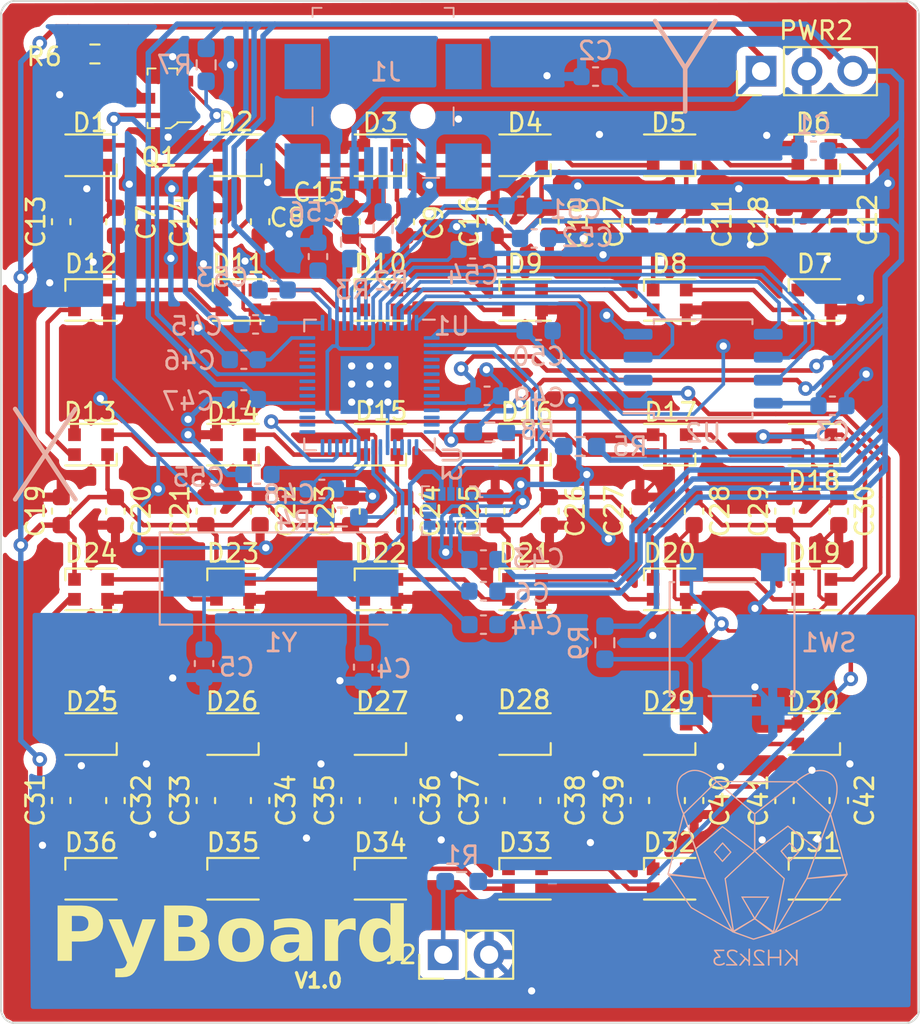
<source format=kicad_pcb>
(kicad_pcb (version 20221018) (generator pcbnew)
  (layers (0 "F.Cu" signal) (31 "B.Cu" signal) (34 "B.Paste" user) (35 "F.Paste" user) (36 "B.SilkS" user "B.Silkscreen") (37 "F.SilkS" user "F.Silkscreen") (38 "B.Mask" user) (39 "F.Mask" user) (44 "Edge.Cuts" user))
  (net 0 "")
  (net 1 "+3.3V")
  (net 2 "GND")
  (net 3 "+5V")
  (net 4 "/XIN")
  (net 5 "Net-(C5-Pad2)")
  (net 6 "Net-(U3-VDD)")
  (net 7 "Net-(U3-VDDIO)")
  (net 8 "Net-(U3-CS)")
  (net 9 "+1V1")
  (net 10 "Net-(D1-DOUT)")
  (net 11 "/LED_DataH")
  (net 12 "Net-(D2-DOUT)")
  (net 13 "Net-(D3-DOUT)")
  (net 14 "Net-(D4-DOUT)")
  (net 15 "Net-(D5-DOUT)")
  (net 16 "Net-(D6-DOUT)")
  (net 17 "Net-(D7-DOUT)")
  (net 18 "Net-(D8-DOUT)")
  (net 19 "Net-(D10-DIN)")
  (net 20 "Net-(D10-DOUT)")
  (net 21 "Net-(D11-DOUT)")
  (net 22 "Net-(D12-DOUT)")
  (net 23 "Net-(D13-DOUT)")
  (net 24 "Net-(D14-DOUT)")
  (net 25 "Net-(D15-DOUT)")
  (net 26 "Net-(D16-DOUT)")
  (net 27 "Net-(D17-DOUT)")
  (net 28 "Net-(D18-DOUT)")
  (net 29 "Net-(D19-DOUT)")
  (net 30 "Net-(D20-DOUT)")
  (net 31 "Net-(D21-DOUT)")
  (net 32 "Net-(D22-DOUT)")
  (net 33 "Net-(D23-DOUT)")
  (net 34 "Net-(D24-DOUT)")
  (net 35 "Net-(D25-DOUT)")
  (net 36 "Net-(D26-DOUT)")
  (net 37 "Net-(D27-DOUT)")
  (net 38 "Net-(D28-DOUT)")
  (net 39 "Net-(D29-DOUT)")
  (net 40 "Net-(D30-DOUT)")
  (net 41 "Net-(D31-DOUT)")
  (net 42 "Net-(D32-DOUT)")
  (net 43 "Net-(D33-DOUT)")
  (net 44 "Net-(D34-DOUT)")
  (net 45 "Net-(D35-DOUT)")
  (net 47 "/USB_D-")
  (net 48 "/USB_D+")
  (net 50 "Net-(J2-Pin_1)")
  (net 51 "/LED_DataL")
  (net 52 "/QSPI_SS")
  (net 53 "Net-(U1-USB_DP)")
  (net 54 "Net-(U1-USB_DM)")
  (net 55 "/XOUT")
  (net 56 "/SDA_0")
  (net 57 "/SCL_0")
  (net 58 "Net-(U1-RUN)")
  (net 80 "/QSPI_SD3")
  (net 81 "/QSPI_SCLK")
  (net 82 "/QSPI_SD0")
  (net 83 "/QSPI_SD2")
  (net 84 "/QSPI_SD1")
  (footprint "LED_SMD:LED_WS2812B-2020_PLCC4_2.0x2.0mm" (layer "F.Cu") (at 135.335 113.05)
    (fp_text reference "D34")
    (fp_text value "WS2812B" hide)
  )
  (footprint "LED_SMD:LED_WS2812B-2020_PLCC4_2.0x2.0mm" (layer "F.Cu") (at 135.335 105.05 180)
    (fp_text reference "D27")
    (fp_text value "WS2812B" hide)
  )
  (footprint "LED_SMD:LED_WS2812B-2020_PLCC4_2.0x2.0mm" (layer "F.Cu") (at 127.185 113.05)
    (fp_text reference "D35")
    (fp_text value "WS2812B" hide)
  )
  (footprint "Capacitor_SMD:C_0603_1608Metric" (layer "F.Cu") (at 149.685 108.725 90)
    (fp_text reference "C39")
    (fp_text value "100nF" hide)
  )
  (footprint "LED_SMD:LED_WS2812B-2020_PLCC4_2.0x2.0mm" (layer "F.Cu") (at 135.335 89.05 180)
    (fp_text reference "D15")
    (fp_text value "WS2812B" hide)
  )
  (footprint "Capacitor_SMD:C_0603_1608Metric" (layer "F.Cu") (at 120.685 108.725 -90)
    (fp_text reference "C32")
    (fp_text value "100nF" hide)
  )
  (footprint "LED_SMD:LED_WS2812B-2020_PLCC4_2.0x2.0mm" (layer "F.Cu") (at 143.335 73.05 180)
    (fp_text reference "D4")
    (fp_text value "WS2812B" hide)
  )
  (footprint "Capacitor_SMD:C_0603_1608Metric" (layer "F.Cu") (at 144.685 92.725 -90)
    (fp_text reference "C26")
    (fp_text value "100nF" hide)
  )
  (footprint "LED_SMD:LED_WS2812B-2020_PLCC4_2.0x2.0mm" (layer "F.Cu") (at 127.485 81.05)
    (fp_text reference "D11")
    (fp_text value "WS2812B" hide)
  )
  (footprint "Capacitor_SMD:C_0603_1608Metric" (layer "F.Cu") (at 117.685 76.725 90)
    (fp_text reference "C13")
    (fp_text value "100nF" hide)
  )
  (footprint "LED_SMD:LED_WS2812B-2020_PLCC4_2.0x2.0mm" (layer "F.Cu") (at 135.335 97.05)
    (fp_text reference "D22")
    (fp_text value "WS2812B" hide)
  )
  (footprint "LED_SMD:LED_WS2812B-2020_PLCC4_2.0x2.0mm" (layer "F.Cu") (at 159.335 81.05)
    (fp_text reference "D7")
    (fp_text value "WS2812B" hide)
  )
  (footprint "LED_SMD:LED_WS2812B-2020_PLCC4_2.0x2.0mm" (layer "F.Cu") (at 151.335 73.05 180)
    (fp_text reference "D5")
    (fp_text value "WS2812B" hide)
  )
  (footprint "LED_SMD:LED_WS2812B-2020_PLCC4_2.0x2.0mm" (layer "F.Cu") (at 159.335 113.05)
    (fp_text reference "D31")
    (fp_text value "WS2812B" hide)
  )
  (footprint "Capacitor_SMD:C_0603_1608Metric" (layer "F.Cu") (at 128.685 76.725 -90)
    (fp_text reference "C8")
    (fp_text value "100nF" hide)
  )
  (footprint "digikey-footprints:SOT-23-3" (layer "F.Cu") (at 123.285 69.9 180)
    (fp_text reference "Q1")
    (fp_text value "BSS138" hide)
  )
  (footprint "Capacitor_SMD:C_0603_1608Metric" (layer "F.Cu") (at 133.685 76.725 90)
    (fp_text reference "C15")
    (fp_text value "100nF" hide)
  )
  (footprint "LED_SMD:LED_WS2812B-2020_PLCC4_2.0x2.0mm" (layer "F.Cu") (at 119.335 113.05)
    (fp_text reference "D36")
    (fp_text value "WS2812B" hide)
  )
  (footprint "LED_SMD:LED_WS2812B-2020_PLCC4_2.0x2.0mm" (layer "F.Cu") (at 143.335 97.05)
    (fp_text reference "D21")
    (fp_text value "WS2812B" hide)
  )
  (footprint "LED_SMD:LED_WS2812B-2020_PLCC4_2.0x2.0mm" (layer "F.Cu") (at 151.335 81.05)
    (fp_text reference "D8")
    (fp_text value "WS2812B" hide)
  )
  (footprint "Capacitor_SMD:C_0603_1608Metric" (layer "F.Cu") (at 133.685 92.725 90)
    (fp_text reference "C23")
    (fp_text value "100nF" hide)
  )
  (footprint "Capacitor_SMD:C_0603_1608Metric" (layer "F.Cu") (at 125.685 76.725 90)
    (fp_text reference "C14")
    (fp_text value "100nF" hide)
  )
  (footprint "LED_SMD:LED_WS2812B-2020_PLCC4_2.0x2.0mm" (layer "F.Cu") (at 159.335 105.05 180)
    (fp_text reference "D30")
    (fp_text value "WS2812B" hide)
  )
  (footprint "LED_SMD:LED_WS2812B-2020_PLCC4_2.0x2.0mm" (layer "F.Cu") (at 127.185 97.05)
    (fp_text reference "D23")
    (fp_text value "WS2812B" hide)
  )
  (footprint "Capacitor_SMD:C_0603_1608Metric" (layer "F.Cu") (at 149.685 92.725 90)
    (fp_text reference "C27")
    (fp_text value "100nF" hide)
  )
  (footprint "LED_SMD:LED_WS2812B-2020_PLCC4_2.0x2.0mm" (layer "F.Cu") (at 159.335 97.05)
    (fp_text reference "D19")
    (fp_text value "WS2812B" hide)
  )
  (footprint "Capacitor_SMD:C_0603_1608Metric" (layer "F.Cu") (at 160.685 92.725 -90)
    (fp_text reference "C30")
    (fp_text value "100nF" hide)
  )
  (footprint "LED_SMD:LED_WS2812B-2020_PLCC4_2.0x2.0mm" (layer "F.Cu") (at 143.335 81.05)
    (fp_text reference "D9")
    (fp_text value "WS2812B" hide)
  )
  (footprint "Connector_PinHeader_2.54mm:PinHeader_1x03_P2.54mm_Vertical" (layer "F.Cu") (at 156.385 68.4 90)
    (fp_text reference "PWR2")
    (fp_text value "R-78K3.3-0.5" hide)
  )
  (footprint "Capacitor_SMD:C_0603_1608Metric" (layer "F.Cu") (at 128.685 108.725 -90)
    (fp_text reference "C34")
    (fp_text value "100nF" hide)
  )
  (footprint "LED_SMD:LED_WS2812B-2020_PLCC4_2.0x2.0mm" (layer "F.Cu") (at 143.335 105.05 180)
    (fp_text reference "D28")
    (fp_text value "WS2812B" hide)
  )
  (footprint "Capacitor_SMD:C_0603_1608Metric" (layer "F.Cu") (at 133.685 108.725 90)
    (fp_text reference "C35")
    (fp_text value "100nF" hide)
  )
  (footprint "LED_SMD:LED_WS2812B-2020_PLCC4_2.0x2.0mm" (layer "F.Cu") (at 151.335 89.05 180)
    (fp_text reference "D17")
    (fp_text value "WS2812B" hide)
  )
  (footprint "Capacitor_SMD:C_0603_1608Metric" (layer "F.Cu") (at 152.685 76.725 -90)
    (fp_text reference "C11")
    (fp_text value "100nF" hide)
  )
  (footprint "Connector_PinHeader_2.54mm:PinHeader_1x02_P2.54mm_Vertical" (layer "F.Cu") (at 138.81 117.25 90)
    (fp_text reference "J2")
    (fp_text value "Conn_01x02_Pin" hide)
  )
  (footprint "LED_SMD:LED_WS2812B-2020_PLCC4_2.0x2.0mm" (layer "F.Cu") (at 127.335 73.05 180)
    (fp_text reference "D2")
    (fp_text value "WS2812B" hide)
  )
  (footprint "Capacitor_SMD:C_0603_1608Metric" (layer "F.Cu") (at 136.685 92.725 -90)
    (fp_text reference "C24")
    (fp_text value "100nF" hide)
  )
  (footprint "LED_SMD:LED_WS2812B-2020_PLCC4_2.0x2.0mm" (layer "F.Cu") (at 119.335 81.05)
    (fp_text reference "D12")
    (fp_text value "WS2812B" hide)
  )
  (footprint "Capacitor_SMD:C_0603_1608Metric" (layer "F.Cu") (at 128.685 92.725 -90)
    (fp_text reference "C22")
    (fp_text value "100nF" hide)
  )
  (footprint "Capacitor_SMD:C_0603_1608Metric" (layer "F.Cu") (at 141.685 76.725 90)
    (fp_text reference "C16")
    (fp_text value "100nF" hide)
  )
  (footprint "Capacitor_SMD:C_0603_1608Metric" (layer "F.Cu") (at 141.685 108.725 90)
    (fp_text reference "C37")
    (fp_text value "100nF" hide)
  )
  (footprint "Capacitor_SMD:C_0603_1608Metric" (layer "F.Cu") (at 125.685 92.725 90)
    (fp_text reference "C21")
    (fp_text value "100nF" hide)
  )
  (footprint "LED_SMD:LED_WS2812B-2020_PLCC4_2.0x2.0mm" (layer "F.Cu") (at 159.335 73.05 180)
    (fp_text reference "D6")
    (fp_text value "WS2812B" hide)
  )
  (footprint "LED_SMD:LED_WS2812B-2020_PLCC4_2.0x2.0mm" (layer "F.Cu") (at 119.335 97.05)
    (fp_text reference "D24")
    (fp_text value "WS2812B" hide)
  )
  (footprint "Capacitor_SMD:C_0603_1608Metric" (layer "F.Cu") (at 149.685 76.725 90)
    (fp_text reference "C17")
    (fp_text value "100nF" hide)
  )
  (footprint "LED_SMD:LED_WS2812B-2020_PLCC4_2.0x2.0mm" (layer "F.Cu") (at 127.185 89.05 180)
    (fp_text reference "D14")
    (fp_text value "WS2812B" hide)
  )
  (footprint "Capacitor_SMD:C_0603_1608Metric" (layer "F.Cu") (at 144.685 108.725 -90)
    (fp_text reference "C38")
    (fp_text value "100nF" hide)
  )
  (footprint "Capacitor_SMD:C_0603_1608Metric" (layer "F.Cu") (at 152.685 108.725 -90)
    (fp_text reference "C40")
    (fp_text value "100nF" hide)
  )
  (footprint "LED_SMD:LED_WS2812B-2020_PLCC4_2.0x2.0mm" (layer "F.Cu") (at 143.335 113.05)
    (fp_text reference "D33")
    (fp_text value "WS2812B" hide)
  )
  (footprint "Capacitor_SMD:C_0603_1608Metric" (layer "F.Cu") (at 120.685 76.725 -90)
    (fp_text reference "C7")
    (fp_text value "100nF" hide)
  )
  (footprint "Capacitor_SMD:C_0603_1608Metric" (layer "F.Cu") (at 117.685 108.725 90)
    (fp_text reference "C31")
    (fp_text value "100nF" hide)
  )
  (footprint "Capacitor_SMD:C_0603_1608Metric" (layer "F.Cu") (at 160.685 108.725 -90)
    (fp_text reference "C42")
    (fp_text value "100nF" hide)
  )
  (footprint "Capacitor_SMD:C_0603_1608Metric" (layer "F.Cu") (at 157.685 76.725 90)
    (fp_text reference "C18")
    (fp_text value "100nF" hide)
  )
  (footprint "Capacitor_SMD:C_0603_1608Metric" (layer "F.Cu") (at 141.685 92.725 90)
    (fp_text reference "C25")
    (fp_text value "100nF" hide)
  )
  (footprint "Capacitor_SMD:C_0603_1608Metric" (layer "F.Cu") (at 120.685 92.725 -90)
    (fp_text reference "C20")
    (fp_text value "100nF" hide)
  )
  (footprint "Capacitor_SMD:C_0603_1608Metric" (layer "F.Cu") (at 136.685 76.725 -90)
    (fp_text reference "C9")
    (fp_text value "100nF" hide)
  )
  (footprint "Capacitor_SMD:C_0603_1608Metric" (layer "F.Cu") (at 136.685 108.725 -90)
    (fp_text reference "C36")
    (fp_text value "100nF" hide)
  )
  (footprint "Capacitor_SMD:C_0603_1608Metric" (layer "F.Cu") (at 157.685 108.725 90)
    (fp_text reference "C41")
    (fp_text value "100nF" hide)
  )
  (footprint "LED_SMD:LED_WS2812B-2020_PLCC4_2.0x2.0mm" (layer "F.Cu") (at 135.335 81.05)
    (fp_text reference "D10")
    (fp_text value "WS2812B" hide)
  )
  (footprint "LED_SMD:LED_WS2812B-2020_PLCC4_2.0x2.0mm" (layer "F.Cu") (at 119.335 89.05 180)
    (fp_text reference "D13")
    (fp_text value "WS2812B" hide)
  )
  (footprint "LED_SMD:LED_WS2812B-2020_PLCC4_2.0x2.0mm" (layer "F.Cu") (at 151.335 97.05)
    (fp_text reference "D20")
    (fp_text value "WS2812B" hide)
  )
  (footprint "LED_SMD:LED_WS2812B-2020_PLCC4_2.0x2.0mm" (layer "F.Cu") (at 135.335 73.05 180)
    (fp_text reference "D3")
    (fp_text value "WS2812B" hide)
  )
  (footprint "Capacitor_SMD:C_0603_1608Metric" (layer "F.Cu") (at 152.685 92.725 -90)
    (fp_text reference "C28")
    (fp_text value "100nF" hide)
  )
  (footprint "LED_SMD:LED_WS2812B-2020_PLCC4_2.0x2.0mm" (layer "F.Cu") (at 119.335 73.05 180)
    (fp_text reference "D1")
    (fp_text value "WS2812B" hide)
  )
  (footprint "Capacitor_SMD:C_0603_1608Metric" (layer "F.Cu") (at 117.685 92.725 90)
    (fp_text reference "C19")
    (fp_text value "100nF" hide)
  )
  (footprint "Capacitor_SMD:C_0603_1608Metric" (layer "F.Cu") (at 157.685 92.725 90)
    (fp_text reference "C29")
    (fp_text value "100nF" hide)
  )
  (footprint "Capacitor_SMD:C_0603_1608Metric" (layer "F.Cu") (at 144.685 76.725 -90)
    (fp_text reference "C10")
    (fp_text value "100nF" hide)
  )
  (footprint "LED_SMD:LED_WS2812B-2020_PLCC4_2.0x2.0mm" (layer "F.Cu") (at 119.335 105.05 180)
    (fp_text reference "D25")
    (fp_text value "WS2812B" hide)
  )
  (footprint "LED_SMD:LED_WS2812B-2020_PLCC4_2.0x2.0mm" (layer "F.Cu") (at 159.335 89.05 180)
    (fp_text reference "D18")
    (fp_text value "WS2812B" hide)
  )
  (footprint "LED_SMD:LED_WS2812B-2020_PLCC4_2.0x2.0mm" (layer "F.Cu") (at 151.335 105.05 180)
    (fp_text reference "D29")
    (fp_text value "WS2812B" hide)
  )
  (footprint "Capacitor_SMD:C_0603_1608Metric" (layer "F.Cu") (at 160.685 76.725 -90)
    (fp_text reference "C12")
    (fp_text value "100nF" hide)
  )
  (footprint "LED_SMD:LED_WS2812B-2020_PLCC4_2.0x2.0mm" (layer "F.Cu") (at 151.335 113.05)
    (fp_text reference "D32")
    (fp_text value "WS2812B" hide)
  )
  (footprint "Capacitor_SMD:C_0603_1608Metric" (layer "F.Cu") (at 125.685 108.725 90)
    (fp_text reference "C33")
    (fp_text value "100nF" hide)
  )
  (footprint "Resistor_SMD:R_0603_1608Metric_Pad0.98x0.95mm_HandSolder" (layer "F.Cu") (at 119.55 67.45 180)
    (fp_text reference "R6")
    (fp_text value "10k")
  )
  (footprint "LED_SMD:LED_WS2812B-2020_PLCC4_2.0x2.0mm" (layer "F.Cu") (at 143.335 89.05 180)
    (fp_text reference "D16")
    (fp_text value "WS2812B" hide)
  )
  (footprint "LED_SMD:LED_WS2812B-2020_PLCC4_2.0x2.0mm" (layer "F.Cu") (at 127.185 105.05 180)
    (fp_text reference "D26")
    (fp_text value "WS2812B" hide)
  )
  (footprint "Crystal:Crystal_SMD_HC49-SD" (layer "B.Cu") (at 129.835 96.45)
    (fp_text reference "Y1")
    (fp_text value "Crystal" hide)
  )
  (footprint "Capacitor_SMD:C_0603_1608Metric" (layer "B.Cu") (at 143.085 75.85)
    (fp_text reference "C51")
    (fp_text value "100nF" hide)
  )
  (footprint "Capacitor_SMD:C_0603_1608Metric" (layer "B.Cu") (at 129.435 80.5 180)
    (fp_text reference "C53")
    (fp_text value "1u")
  )
  (footprint "Button_Switch_SMD:SW_SPST_B3S-1000" (layer "B.Cu") (at 154.785 99.8 90)
    (fp_text reference "SW1")
    (fp_text value "SW_Push" hide)
  )
  (footprint "Capacitor_SMD:C_0603_1608Metric" (layer "B.Cu") (at 147.235 68.7 180)
    (fp_text reference "C2")
    (fp_text value "22uF")
  )
  (footprint "Capacitor_SMD:C_0603_1608Metric" (layer "B.Cu") (at 134.385 101.35 90)
    (fp_text reference "C4")
    (fp_text value "27p")
  )
  (footprint "Capacitor_SMD:C_0603_1608Metric" (layer "B.Cu") (at 141.235 86.35)
    (fp_text reference "C49")
    (fp_text value "100nF" hide)
  )
  (footprint "Capacitor_SMD:C_0603_1608Metric" (layer "B.Cu") (at 127.785 86.55 180)
    (fp_text reference "C47")
    (fp_text value "100nF" hide)
  )
  (footprint "Capacitor_SMD:C_0603_1608Metric" (layer "B.Cu") (at 141.035 99)
    (fp_text reference "C44")
    (fp_text value "100nF" hide)
  )
  (footprint "Capacitor_SMD:C_0603_1608Metric" (layer "B.Cu") (at 160.335 86.9)
    (fp_text reference "C3")
    (fp_text value "100nF" hide)
  )
  (footprint "Capacitor_SMD:C_0603_1608Metric" (layer "B.Cu") (at 141.035 97.15)
    (fp_text reference "C6")
    (fp_text value "100nF" hide)
  )
  (footprint "digikey-footprints:LGA-14L_2.5x3mm__LSM6DS3" (layer "B.Cu") (at 139.235 92.7 180)
    (fp_text reference "U3")
    (fp_text value "LSM6DS3TR" hide)
  )
  (footprint "Resistor_SMD:R_0603_1608Metric_Pad0.98x0.95mm_HandSolder" (layer "B.Cu") (at 133.235 93.05)
    (fp_text reference "R4")
    (fp_text value "1k")
  )
  (footprint "Library:mm_small" (layer "B.Cu") (at 156.2 112.6 180)
    (fp_text reference "G***" hide)
    (fp_text value "LOGO" hide)
  )
  (footprint "Capacitor_SMD:C_0603_1608Metric" (layer "B.Cu") (at 143.835 77.65)
    (fp_text reference "C52")
    (fp_text value "100nF" hide)
  )
  (footprint "Resistor_SMD:R_0603_1608Metric_Pad0.98x0.95mm_HandSolder" (layer "B.Cu") (at 135.485 77.1 -90)
    (fp_text reference "R2")
    (fp_text value "27.4")
  )
  (footprint "Capacitor_SMD:C_0603_1608Metric" (layer "B.Cu") (at 132.1 91.5)
    (fp_text reference "C48")
    (fp_text value "100nF" hide)
  )
  (footprint "Capacitor_SMD:C_0603_1608Metric" (layer "B.Cu") (at 127.785 84.35 180)
    (fp_text reference "C46")
    (fp_text value "100nF" hide)
  )
  (footprint "Package_DFN_QFN:QFN-56-1EP_7x7mm_P0.4mm_EP3.2x3.2mm" (layer "B.Cu") (at 134.735 85.75 180)
    (fp_text reference "U1")
    (fp_text value "RP2040" hide)
  )
  (footprint "Capacitor_SMD:C_0603_1608Metric" (layer "B.Cu") (at 144.085 82.75)
    (fp_text reference "C50")
    (fp_text value "100nF" hide)
  )
  (footprint "Capacitor_SMD:C_0603_1608Metric" (layer "B.Cu") (at 128.535 90.7 180)
    (fp_text reference "C55")
    (fp_text value "100nF" hide)
  )
  (footprint "Resistor_SMD:R_0603_1608Metric_Pad0.98x0.95mm_HandSolder" (layer "B.Cu") (at 139.835 113.2 180)
    (fp_text reference "R1")
    (fp_text value "1k")
  )
  (footprint "Capacitor_SMD:C_0603_1608Metric" (layer "B.Cu") (at 128.435 82.4 180)
    (fp_text reference "C45")
    (fp_text value "100nF" hide)
  )
  (footprint "Capacitor_SMD:C_0603_1608Metric" (layer "B.Cu") (at 140.435 78.25)
    (fp_text reference "C54")
    (fp_text value "100nF" hide)
  )
  (footprint "digikey-footprints:USB_Mini_B_Female_690-005-299-043" (layer "B.Cu") (at 135.485 70.9 -90)
    (fp_text reference "J1")
    (fp_text value "USB_B_Micro" hide)
  )
  (footprint "Resistor_SMD:R_0603_1608Metric_Pad0.98x0.95mm_HandSolder" (layer "B.Cu") (at 133.685 77.85 90)
    (fp_text reference "R3")
    (fp_text value "27.4")
  )
  (footprint "Resistor_SMD:R_0603_1608Metric_Pad0.98x0.95mm_HandSolder" (layer "B.Cu") (at 147.75 100 -90)
    (fp_text reference "R9")
    (fp_text value "1.8k")
  )
  (footprint "Resistor_SMD:R_0603_1608Metric_Pad0.98x0.95mm_HandSolder" (layer "B.Cu") (at 141.385 88.35)
    (fp_text reference "R8")
    (fp_text value "1.8k")
  )
  (footprint "Capacitor_SMD:C_0603_1608Metric" (layer "B.Cu") (at 159.285 72.8 180)
    (fp_text reference "C1")
    (fp_text value "47uF")
  )
  (footprint "Resistor_SMD:R_0603_1608Metric_Pad0.98x0.95mm_HandSolder" (layer "B.Cu") (at 125.7 68.05 -90)
    (fp_text reference "R7")
    (fp_text value "10k")
  )
  (footprint "Resistor_SMD:R_0603_1608Metric_Pad0.98x0.95mm_HandSolder" (layer "B.Cu") (at 146.385 89.15 180)
    (fp_text reference "R5")
    (fp_text value "1.8k")
  )
  (footprint "Package_SO:SOIC-8_5.23x5.23mm_P1.27mm" (layer "B.Cu") (at 153.185 84.85)
    (fp_text reference "U2")
    (fp_text value "W25Q128JVS" hide)
  )
  (footprint "Capacitor_SMD:C_0603_1608Metric" (layer "B.Cu") (at 141.035 95.4)
    (fp_text reference "C43")
    (fp_text value "100nF" hide)
  )
  (footprint "Capacitor_SMD:C_0603_1608Metric" (layer "B.Cu") (at 125.585 101.15 90)
    (fp_text reference "C5")
    (fp_text value "27p")
  )
  (footprint "Capacitor_SMD:C_0603_1608Metric" (layer "B.Cu") (at 131.885 78.65 90)
    (fp_text reference "C56")
    (fp_text value "1u")
  )
  (gr_line (start 164.335 121.05) (end 115.150685 121.034315) (stroke (width 0.1)) (layer "Edge.Cuts"))
  (gr_arc (start 115.150685 121.034315) (mid 114.585004 120.799996) (end 114.350685 120.234315) (stroke (width 0.1)) (layer "Edge.Cuts"))
  (gr_line (start 165.119315 65.315685) (end 165.135 120.25) (stroke (width 0.1)) (layer "Edge.Cuts"))
  (gr_line (start 115.150685 64.515685) (end 164.319315 64.515685) (stroke (width 0.1)) (layer "Edge.Cuts"))
  (gr_arc (start 114.350685 65.315685) (mid 114.585004 64.750004) (end 115.150685 64.515685) (stroke (width 0.1)) (layer "Edge.Cuts"))
  (gr_arc (start 164.319315 64.515685) (mid 164.884996 64.750004) (end 165.119315 65.315685) (stroke (width 0.1)) (layer "Edge.Cuts"))
  (gr_arc (start 165.135 120.25) (mid 164.900685 120.815685) (end 164.335 121.05) (stroke (width 0.1)) (layer "Edge.Cuts"))
  (gr_line (start 114.350685 120.234315) (end 114.350685 65.315685) (stroke (width 0.1)) (layer "Edge.Cuts"))
  (gr_text "Y" (at 154.5 71.25) (layer "B.SilkS") (effects (font (size 5 5) (thickness 0.25)) (justify left bottom mirror)))
  (gr_text "X" (at 119.35 92.7) (layer "B.SilkS") (effects (font (size 5 5) (thickness 0.25)) (justify left bottom mirror)))
  (gr_text "PyBoard" (at 117.1 118.1) (layer "F.SilkS") (effects (font (size 3 3) (thickness 0.3) bold) (justify left bottom)))
  (gr_text "V1.0" (at 130.5 119.15) (layer "F.SilkS") (effects (font (size 0.8 0.8) (thickness 0.18) bold) (justify left bottom)))
  (segment (start 139.8 84.85) (end 140.475 84.175) (width 0.25) (layer "F.Cu") (net 1))
  (segment (start 140.475 84.175) (end 143.775 84.175) (width 0.25) (layer "F.Cu") (net 1))
  (segment (start 158.375 85.475) (end 158.85 85.95) (width 0.25) (layer "F.Cu") (net 1))
  (segment (start 159.2 84.95) (end 159.45 84.7) (width 0.25) (layer "F.Cu") (net 1))
  (segment (start 124.335 70.85) (end 120.8 70.85) (width 0.3) (layer "F.Cu") (net 1))
  (segment (start 144.55 84.95) (end 159.2 84.95) (width 0.25) (layer "F.Cu") (net 1))
  (segment (start 144.3605 85.475) (end 158.375 85.475) (width 0.25) (layer "F.Cu") (net 1))
  (segment (start 120.8 70.85) (end 120.6 71.05) (width 0.3) (layer "F.Cu") (net 1))
  (segment (start 143.775 84.175) (end 144.55 84.95) (width 0.25) (layer "F.Cu") (net 1))
  (segment (start 143.0355 86.8) (end 144.3605 85.475) (width 0.25) (layer "F.Cu") (net 1))
  (via (at 159.45 84.7) (size 0.8) (drill 0.4) (layers "F.Cu" "B.Cu") (net 1))
  (via (at 143.0355 86.8) (size 0.8) (drill 0.4) (layers "F.Cu" "B.Cu") (net 1))
  (via (at 158.85 85.95) (size 0.8) (drill 0.4) (layers "F.Cu" "B.Cu") (net 1))
  (via (at 139.8 84.85) (size 0.8) (drill 0.4) (layers "F.Cu" "B.Cu") (net 1))
  (via (at 120.6 71.05) (size 0.8) (drill 0.4) (layers "F.Cu" "B.Cu") (net 1))
  (segment (start 164.15 77.25) (end 164.15 78.85) (width 0.3) (layer "B.Cu") (net 1))
  (segment (start 134.535 90.165686) (end 134.535 89.1875) (width 0.2) (layer "B.Cu") (net 1))
  (segment (start 161.35 90.95) (end 152.6 90.95) (width 0.3) (layer "B.Cu") (net 1))
  (segment (start 130.435 83.15) (end 129.235 84.35) (width 0.2) (layer "B.Cu") (net 1))
  (segment (start 120.6 85.38995) (end 120.6 71.05) (width 0.2) (layer "B.Cu") (net 1))
  (segment (start 158.85 85.95) (end 159.3 85.95) (width 0.25) (layer "B.Cu") (net 1))
  (segment (start 120.6 71.05) (end 121.65 71.05) (width 0.3) (layer "B.Cu") (net 1))
  (segment (start 149.16 88.6) (end 149.16 88.61) (width 0.3) (layer "B.Cu") (net 1))
  (segment (start 138.5725 82.75) (end 138.1725 83.15) (width 0.2) (layer "B.Cu") (net 1))
  (segment (start 128.85 66.45) (end 129.5 65.8) (width 0.3) (layer "B.Cu") (net 1))
  (segment (start 126.75 72.45) (end 128.35 70.85) (width 0.3) (layer "B.Cu") (net 1))
  (segment (start 121.65 71.05) (end 122.5 71.9) (width 0.3) (layer "B.Cu") (net 1))
  (segment (start 142.76 96.35) (end 141.81 95.4) (width 0.3) (layer "B.Cu") (net 1))
  (segment (start 152.75 91.45) (end 150.15 94.05) (width 0.3) (layer "B.Cu") (net 1))
  (segment (start 134.135 80.61014) (end 138.89514 75.85) (width 0.2) (layer "B.Cu") (net 1))
  (segment (start 150 89.45) (end 156.5 89.45) (width 0.3) (layer "B.Cu") (net 1))
  (segment (start 163.25 89.75) (end 163.25 90.45) (width 0.3) (layer "B.Cu") (net 1))
  (segment (start 163.25 81.5) (end 163.25 82) (width 0.3) (layer "B.Cu") (net 1))
  (segment (start 128.85 71) (end 128.85 66.45) (width 0.3) (layer "B.Cu") (net 1))
  (segment (start 128.298173 84.35) (end 124.55 80.601827) (width 0.3) (layer "B.Cu") (net 1))
  (segment (start 140.46 86.35) (end 140.46 85.51) (width 0.3) (layer "B.Cu") (net 1))
  (segment (start 127.25 76.9) (end 127.25 72.6) (width 0.3) (layer "B.Cu") (net 1))
  (segment (start 162.2 74) (end 164.15 72.05) (width 0.3) (layer "B.Cu") (net 1))
  (segment (start 152.9 91.95) (end 150.6 94.25) (width 0.3) (layer "B.Cu") (net 1))
  (segment (start 138.203628 77.1) (end 138.203628 77.096372) (width 0.25) (layer "B.Cu") (net 1))
  (segment (start 140.06 86.75) (end 140.46 86.35) (width 0.2) (layer "B.Cu") (net 1))
  (segment (start 163.2 86.95) (end 163.25 86.95) (width 0.3) (layer "B.Cu") (net 1))
  (segment (start 160.4 84.25) (end 163.15 81.5) (width 0.25) (layer "B.Cu") (net 1))
  (segment (start 143.06 77.65) (end 144.035 76.675) (width 0.3) (layer "B.Cu") (net 1))
  (segment (start 128.35 70.85) (end 128.35 66.15) (width 0.3) (layer "B.Cu") (net 1))
  (segment (start 128.7 65.8) (end 129.5 65.8) (width 0.3) (layer "B.Cu") (net 1))
  (segment (start 150.15 94.05) (end 150.15 95.7) (width 0.3) (layer "B.Cu") (net 1))
  (segment (start 161.465 68.4) (end 163.6 68.4) (width 0.3) (layer "B.Cu") (net 1))
  (segment (start 164.15 68.95) (end 164.15 70.7) (width 0.3) (layer "B.Cu") (net 1))
  (segment (start 152.4 90.45) (end 149.25 93.6) (width 0.3) (layer "B.Cu") (net 1))
  (segment (start 148.0475 89.9) (end 160.95 89.9) (width 0.3) (layer "B.Cu") (net 1))
  (segment (start 125.7 66.7) (end 126.6 65.8) (width 0.3) (layer "B.Cu") (net 1))
  (segment (start 132.1 90.725) (end 133.975686 90.725) (width 0.2) (layer "B.Cu") (net 1))
  (segment (start 129.5 65.8) (end 158.865 65.8) (width 0.3) (layer "B.Cu") (net 1))
  (segment (start 159.45 84.7) (end 159.9 84.25) (width 0.25) (layer "B.Cu") (net 1))
  (segment (start 132.535 82.3125) (end 132.535 81.55) (width 0.2) (layer "B.Cu") (net 1))
  (segment (start 141.6475 87.175) (end 142.6605 87.175) (width 0.3) (layer "B.Cu") (net 1))
  (segment (start 162.5 72.8) (end 164.15 71.15) (width 0.3) (layer "B.Cu") (net 1))
  (segment (start 128.56 86.55) (end 127.735 85.725) (width 0.3) (layer "B.Cu") (net 1))
  (segment (start 134.535 82.3125) (end 134.535 80.768628) (width 0.2) (layer "B.Cu") (net 1))
  (segment (start 122.5 67.4) (end 122.5 70.3375) (width 0.3) (layer "B.Cu") (net 1))
  (segment (start 128.56 84.35) (end 128.298173 84.35) (width 0.3) (layer "B.Cu") (net 1))
  (segment (start 129.2975 82.3125) (end 129.21 82.4) (width 0.2) (layer "B.Cu") (net 1))
  (segment (start 129.21 82.4) (end 126.75 79.94) (width 0.3) (layer "B.Cu") (net 1))
  (segment (start 143.31 82.75) (end 138.5725 82.75) (width 0.2) (layer "B.Cu") (net 1))
  (segment (start 150.15 95.7) (end 148.6 97.25) (width 0.3) (layer "B.Cu") (net 1))
  (segment (start 163.25 86.95) (end 163.25 87.6) (width 0.3) (layer "B.Cu") (net 1))
  (segment (start 159.415 86.755) (end 159.56 86.9) (width 0.25) (layer "B.Cu") (net 1))
  (segment (start 128.85 79.14) (end 128.85 78.5) (width 0.3) (layer "B.Cu") (net 1))
  (segment (start 129.235 84.35) (end 128.56 84.35) (width 0.2) (layer "B.Cu") (net 1))
  (segment (start 144.035 76.675) (end 163.575 76.675) (width 0.3) (layer "B.Cu") (net 1))
  (segment (start 132.135 82.3125) (end 129.2975 82.3125) (width 0.2) (layer "B.Cu") (net 1))
  (segment (start 163.25 88.35) (end 161.15 90.45) (width 0.3) (layer "B.Cu") (net 1))
  (segment (start 131.2975 86.75) (end 128.76 86.75) (width 0.2) (layer "B.Cu") (net 1))
  (segment (start 159.56 86.29) (end 163.25 82.6) (width 0.3) (layer "B.Cu") (net 1))
  (segment (start 138.203628 77.096372) (end 139.1 76.2) (width 0.25) (layer "B.Cu") (net 1))
  (segment (start 163.25 89.05) (end 163.25 89.75) (width 0.3) (layer "B.Cu") (net 1))
  (segment (start 160.95 89.9) (end 163.25 87.6) (width 0.3) (layer "B.Cu") (net 1))
  (segment (start 163.25 82.6) (end 163.25 86.95) (width 0.3) (layer "B.Cu") (net 1))
  (segment (start 133.975686 90.725) (end 134.535 90.165686) (width 0.2) (layer "B.Cu") (net 1))
  (segment (start 122.5 71.9) (end 122.5 70.3375) (width 0.3) (layer "B.Cu") (net 1))
  (segment (start 128.35 66.15) (end 128.7 65.8) (width 0.3) (layer "B.Cu") (net 1))
  (segment (start 127.9 70.6) (end 127.9 65.8) (width 0.3) (layer "B.Cu") (net 1))
  (segment (start 150.6 94.25) (end 150.6 98.15) (width 0.3) (layer "B.Cu") (net 1))
  (segment (start 163.25 90.45) (end 161.75 91.95) (width 0.3) (layer "B.Cu") (net 1))
  (segment (start 164.15 70.7) (end 164.15 71.7) (width 0.3) (layer "B.Cu") (net 1))
  (segment (start 163.25 89.75) (end 161.55 91.45) (width 0.3) (layer "B.Cu") (net 1))
  (segment (start 149.25 95.4) (end 148.3 96.35) (width 0.3) (layer "B.Cu") (net 1))
  (segment (start 132.535 81.55) (end 131.485 80.5) (width 0.2) (layer "B.Cu") (net 1))
  (segment (start 131.325 91.5) (end 126.71005 91.5) (width 0.2) (layer "B.Cu") (net 1))
  (segment (start 161.55 91.45) (end 152.75 91.45) (width 0.3) (layer "B.Cu") (net 1))
  (segment (start 122.5 82) (end 122.5 71.9) (width 0.3) (layer "B.Cu") (net 1))
  (segment (start 147.2975 89.15) (end 148.0475 89.9) (width 0.3) (layer "B.Cu") (net 1))
  (segment (start 143.56 97.25) (end 141.81 99) (width 0.3) (layer "B.Cu") (net 1))
  (segment (start 163.25 89.05) (end 163.25 88.6) (width 0.3) (layer "B.Cu") (net 1))
  (segment (start 160.7 89.45) (end 163.2 86.95) (width 0.3) (layer "B.Cu") (net 1))
  (segment (start 161.15 90.45) (end 152.4 90.45) (width 0.3) (layer "B.Cu") (net 1))
  (segment (start 142.16 96.8) (end 141.81 97.15) (width 0.3) (layer "B.Cu") (net 1))
  (segment (start 142.31 75.85) (end 144.16 74) (width 0.3) (layer "B.Cu") (net 1))
  (segment (start 148.45 96.8) (end 142.16 96.8) (width 0.3) (layer "B.Cu") (net 1))
  (segment (start 131.325 91.5) (end 132.1 90.725) (width 0.2) (layer "B.Cu") (net 1))
  (segment (start 128.76 86.75) (end 128.56 86.55) (width 0.2) (layer "B.Cu") (net 1))
  (segment (start 138.1725 86.75) (end 140.06 86.75) (width 0.2) (layer "B.Cu") (net 1))
  (segment (start 149.25 93.6) (end 149.25 95.4) (width 0.3) (layer "B.Cu") (net 1))
  (segment (start 141.61 76.2) (end 142.51 77.1) (width 0.25) (layer "B.Cu") (net 1))
  (segment (start 164.15 71.7) (end 164.15 77.25) (width 0.3) (layer "B.Cu") (net 1))
  (segment (start 138.89514 75.85) (end 142.31 75.85) (width 0.2) (layer "B.Cu") (net 1))
  (segment (start 124.1 65.8) (end 122.5 67.4) (width 0.3) (layer "B.Cu") (net 1))
  (segment (start 142.51 77.1) (end 143.06 77.65) (width 0.2) (layer "B.Cu") (net 1))
  (segment (start 163.6 68.4) (end 164.15 68.95) (width 0.3) (layer "B.Cu") (net 1))
  (segment (start 148.3 96.35) (end 142.76 96.35) (width 0.3) (layer "B.Cu") (net 1))
  (segment (start 163.25 87.6) (end 163.25 88.35) (width 0.3) (layer "B.Cu") (net 1))
  (segment (start 156.5 89.45) (end 160.7 89.45) (width 0.3) (layer "B.Cu") (net 1))
  (segment (start 134.135 82.3125) (end 134.135 80.61014) (width 0.2) (layer "B.Cu") (net 1))
  (segment (start 149.7 95.55) (end 148.45 96.8) (width 0.3) (layer "B.Cu") (net 1))
  (segment (start 159.56 86.9) (end 159.56 86.29) (width 0.3) (layer "B.Cu") (net 1))
  (segment (start 149.6625 99.0875) (end 147.75 99.0875) (width 0.3) (layer "B.Cu") (net 1))
  (segment (start 156.785 86.755) (end 159.415 86.755) (width 0.25) (layer "B.Cu") (net 1))
  (segment (start 139.1 76.2) (end 141.61 76.2) (width 0.25) (layer "B.Cu") (net 1))
  (segment (start 149.7 93.85) (end 149.7 95.55) (width 0.3) (layer "B.Cu") (net 1))
  (segment (start 152.6 90.95) (end 149.7 93.85) (width 0.3) (layer "B.Cu") (net 1))
  (segment (start 130.21 80.5) (end 128.85 79.14) (width 0.3) (layer "B.Cu") (net 1))
  (segment (start 142.6605 87.175) (end 143.0355 86.8) (width 0.3) (layer "B.Cu") (net 1))
  (segment (start 131.485 80.5) (end 130.21 80.5) (width 0.2) (layer "B.Cu") (net 1))
  (segment (start 163.575 76.675) (end 164.15 77.25) (width 0.3) (layer "B.Cu") (net 1))
  (segment (start 164.15 71.15) (end 164.15 70.7) (width 0.3) (layer "B.Cu") (net 1))
  (segment (start 134.535 80.768628) (end 138.203628 77.1) (width 0.2) (layer "B.Cu") (net 1))
  (segment (start 149.16 88.61) (end 150 89.45) (width 0.3) (layer "B.Cu") (net 1))
  (segment (start 126.75 79.94) (end 126.75 72.45) (width 0.3) (layer "B.Cu") (net 1))
  (segment (start 128.85 78.5) (end 127.25 76.9) (width 0.3) (layer "B.Cu") (net 1))
  (segment (start 164.15 72.05) (end 164.15 71.7) (width 0.3) (layer "B.Cu") (net 1))
  (segment (start 163.25 88.6) (end 163.25 88.35) (width 0.3) (layer "B.Cu") (net 1))
  (segment (start 161.75 91.95) (end 152.9 91.95) (width 0.3) (layer "B.Cu") (net 1))
  (segment (start 126.71005 91.5) (end 120.6 85.38995) (width 0.2) (layer "B.Cu") (net 1))
  (segment (start 127.735 85.725) (end 126.225 85.725) (width 0.3) (layer "B.Cu") (net 1))
  (segment (start 148.6 97.25) (end 143.56 97.25) (width 0.3) (layer "B.Cu") (net 1))
  (segment (start 127.9 65.8) (end 128.7 65.8) (width 0.3) (layer "B.Cu") (net 1))
  (segment (start 126.6 65.8) (end 124.1 65.8) (width 0.3) (layer "B.Cu") (net 1))
  (segment (start 159.3 85.95) (end 163.25 82) (width 0.25) (layer "B.Cu") (net 1))
  (segment (start 163.25 79.75) (end 163.25 81.5) (width 0.3) (layer "B.Cu") (net 1))
  (segment (start 163.25 82) (end 163.25 82.6) (width 0.3) (layer "B.Cu") (net 1))
  (segment (start 127.25 72.6) (end 128.85 71) (width 0.3) (layer "B.Cu") (net 1))
  (segment (start 159.9 84.25) (end 160.4 84.25) (width 0.25) (layer "B.Cu") (net 1))
  (segment (start 163.25 89.05) (end 161.35 90.95) (width 0.3) (layer "B.Cu") (net 1))
  (segment (start 143.31 82.75) (end 149.16 88.6) (width 0.3) (layer "B.Cu") (net 1))
  (segment (start 126.225 85.725) (end 122.5 82) (width 0.3) (layer "B.Cu") (net 1))
  (segment (start 158.865 65.8) (end 161.465 68.4) (width 0.3) (layer "B.Cu") (net 1))
  (segment (start 160.06 72.8) (end 162.5 72.8) (width 0.3) (layer "B.Cu") (net 1))
  (segment (start 140.4725 88.35) (end 141.6475 87.175) (width 0.3) (layer "B.Cu") (net 1))
  (segment (start 164.15 78.85) (end 163.25 79.75) (width 0.3) (layer "B.Cu") (net 1))
  (segment (start 131.2975 83.15) (end 130.435 83.15) (width 0.2) (layer "B.Cu") (net 1))
  (segment (start 140.46 85.51) (end 139.8 84.85) (width 0.3) (layer "B.Cu") (net 1))
  (segment (start 124.55 73.95) (end 127.9 70.6) (width 0.3) (layer "B.Cu") (net 1))
  (segment (start 125.7 67.1375) (end 125.7 66.7) (width 0.3) (layer "B.Cu") (net 1))
  (segment (start 163.15 81.5) (end 163.25 81.5) (width 0.25) (layer "B.Cu") (net 1))
  (segment (start 144.16 74) (end 162.2 74) (width 0.3) (layer "B.Cu") (net 1))
  (segment (start 150.6 98.15) (end 149.6625 99.0875) (width 0.3) (layer "B.Cu") (net 1))
  (segment (start 126.6 65.8) (end 127.9 65.8) (width 0.3) (layer "B.Cu") (net 1))
  (segment (start 124.55 80.601827) (end 124.55 73.95) (width 0.3) (layer "B.Cu") (net 1))
  (segment (start 160.25 97.6) (end 159.6 98.25) (width 0.2) (layer "F.Cu") (net 2))
  (segment (start 127.75 79) (end 127.85 78.9) (width 0.2) (layer "F.Cu") (net 2))
  (segment (start 151.6 97.5) (end 151.7 97.6) (width 0.2) (layer "F.Cu") (net 2))
  (segment (start 159.25 90.385) (end 157.685 91.95) (width 0.2) (layer "F.Cu") (net 2))
  (segment (start 150.42 88.5) (end 151 88.5) (width 0.2) (layer "F.Cu") (net 2))
  (segment (start 142.42 88.5) (end 143.05 88.5) (width 0.2) (layer "F.Cu") (net 2))
  (segment (start 152.685 93.5) (end 151.6 94.585) (width 0.2) (layer "F.Cu") (net 2))
  (segment (start 156.2 98.25) (end 156.05 98.1) (width 0.2) (layer "F.Cu") (net 2))
  (segment (start 159.6 98.25) (end 156.2 98.25) (width 0.2) (layer "F.Cu") (net 2))
  (segment (start 151.07 88.57) (end 151.07 90.565) (width 0.2) (layer "F.Cu") (net 2))
  (segment (start 159.6 97.4) (end 159.8 97.6) (width 0.2) (layer "F.Cu") (net 2))
  (segment (start 159.8 97.6) (end 160.25 97.6) (width 0.2) (layer "F.Cu") (net 2))
  (segment (start 127.75 81.5) (end 127.75 79) (width 0.2) (layer "F.Cu") (net 2))
  (segment (start 135.07 91.73) (end 134.9 91.9) (width 0.2) (layer "F.Cu") (net 2))
  (segment (start 159.6 94.585) (end 159.6 97.4) (width 0.2) (layer "F.Cu") (net 2))
  (segment (start 143.05 88.5) (end 143.1 88.55) (width 0.2) (layer "F.Cu") (net 2))
  (segment (start 151 88.5) (end 151.07 88.57) (width 0.2) (layer "F.Cu") (net 2))
  (segment (start 158.87 88.95) (end 159.07 88.95) (width 0.2) (layer "F.Cu") (net 2))
  (segment (start 134.97 88.5) (end 135.07 88.6) (width 0.2) (layer "F.Cu") (net 2))
  (segment (start 151.7 97.6) (end 152.25 97.6) (width 0.2) (layer "F.Cu") (net 2))
  (segment (start 151.07 90.565) (end 149.685 91.95) (width 0.2) (layer "F.Cu") (net 2))
  (segment (start 151.6 94.585) (end 151.6 97.5) (width 0.2) (layer "F.Cu") (net 2))
  (segment (start 128.4 81.6) (end 127.85 81.6) (width 0.2) (layer "F.Cu") (net 2))
  (segment (start 143.1 88.55) (end 143.1 91.25) (width 0.2) (layer "F.Cu") (net 2))
  (segment (start 160.685 93.5) (end 159.6 94.585) (width 0.2) (layer "F.Cu") (net 2))
  (segment (start 159.07 88.95) (end 159.25 89.13) (width 0.2) (layer "F.Cu") (net 2))
  (segment (start 159.25 89.13) (end 159.25 90.385) (width 0.2) (layer "F.Cu") (net 2))
  (segment (start 158.42 88.5) (end 158.87 88.95) (width 0.2) (layer "F.Cu") (net 2))
  (segment (start 127.85 81.6) (end 127.75 81.5) (width 0.2) (layer "F.Cu") (net 2))
  (segment (start 135.07 88.6) (end 135.07 91.73) (width 0.2) (layer "F.Cu") (net 2))
  (segment (start 134.42 88.5) (end 134.97 88.5) (width 0.2) (layer "F.Cu") (net 2))
  (via (at 156.7 71.95) (size 0.8) (drill 0.4) (layers "F.Cu" "B.Cu") (net 2))
  (via (at 139.55 77) (size 0.8) (drill 0.4) (layers "F.Cu" "B.Cu") (net 2))
  (via (at 146.55 77.65) (size 0.8) (drill 0.4) (layers "F.Cu" "B.Cu") (net 2))
  (via (at 119.85 86.5) (size 0.8) (drill 0.4) (layers "F.Cu" "B.Cu") (net 2))
  (via (at 138.05 74.7) (size 0.8) (drill 0.4) (layers "F.Cu" "B.Cu") (net 2))
  (via (at 161.9 80.95) (size 0.8) (drill 0.4) (layers "F.Cu" "B.Cu") (net 2))
  (via (at 119.45 78.95) (size 0.8) (drill 0.4) (layers "F.Cu" "B.Cu") (net 2))
  (via (at 124.7 87.65) (size 0.8) (drill 0.4) (layers "F.Cu" "B.Cu") (net 2))
  (via (at 117.05 80.1) (size 0.8) (drill 0.4) (layers "F.Cu" "B.Cu") (net 2))
  (via (at 143.1 91.25) (size 0.8) (drill 0.4) (layers "F.Cu" "B.Cu") (net 2))
  (via (at 123.75 78.75) (size 0.8) (drill 0.4) (layers "F.Cu" "B.Cu") (net 2))
  (via (at 154.3 83.6) (size 0.8) (drill 0.4) (layers "F.Cu" "B.Cu") (net 2))
  (via (at 147.65 78.55) (size 0.8) (drill 0.4) (layers "F.Cu" "B.Cu") (net 2))
  (via (at 135.75 84.7) (size 0.8) (drill 0.4) (layers "F.Cu" "B.Cu") (net 2))
  (via (at 134.9 91.9) (size 0.8) (drill 0.4) (layers "F.Cu" "B.Cu") (net 2))
  (via (at 156.45 110.9) (size 0.8) (drill 0.4) (layers "F.Cu" "B.Cu") (net 2))
  (via (at 139.4 107.3) (size 0.8) (drill 0.4) (layers "F.Cu" "B.Cu") (net 2))
  (via (at 139.65 71.05) (size 0.8) (drill 0.4) (layers "F.Cu" "B.Cu") (net 2))
  (via (at 131.25 110.8) (size 0.8) (drill 0.4) (layers "F.Cu" "B.Cu") (net 2))
  (via (at 123.85 67.6) (size 0.8) (drill 0.4) (layers "F.Cu" "B.Cu") (net 2))
  (via (at 134.75 85.7) (size 0.8) (drill 0.4) (layers "F.Cu" "B.Cu") (net 2))
  (via (at 122.4 106.7) (size 0.8) (drill 0.4) (layers "F.Cu" "B.Cu") (net 2))
  (via (at 154.15 106.85) (size 0.8) (drill 0.4) (layers "F.Cu" "B.Cu") (net 2))
  (via (at 119.95 102.55) (size 0.8) (drill 0.4) (layers "F.Cu" "B.Cu") (net 2))
  (via (at 141.2 84.9) (size 0.8) (drill 0.4) (layers "F.Cu" "B.Cu") (net 2))
  (via (at 133.75 85.7) (size 0.8) (drill 0.4) (layers "F.Cu" "B.Cu") (net 2))
  (via (at 147.85 81.9) (size 0.8) (drill 0.4) (layers "F.Cu" "B.Cu") (net 2))
  (via (at 161.3 106.7) (size 0.8) (drill 0.4) (layers "F.Cu" "B.Cu") (net 2))
  (via (at 155.8 78) (size 0.8) (drill 0.4) (layers "F.Cu" "B.Cu") (net 2))
  (via (at 138.7 110.9) (size 0.8) (drill 0.4) (layers "F.Cu" "B.Cu") (net 2))
  (via (at 162.2 85.15) (size 0.8) (drill 0.4) (layers "F.Cu" "B.Cu") (net 2))
  (via (at 156.05 98.1) (size 0.8) (drill 0.4) (layers "F.Cu" "B.Cu") (net 2))
  (via (at 139.7 104.15) (size 0.8) (drill 0.4) (layers "F.Cu" "B.Cu") (net 2))
  (via (at 127.05 68.05) (size 0.8) (drill 0.4) (layers "F.Cu" "B.Cu") (net 2))
  (via (at 155.15 74.9) (size 0.8) (drill 0.4) (layers "F.Cu" "B.Cu") (net 2))
  (via (at 150.4 99.6) (size 0.8) (drill 0.4) (layers "F.Cu" "B.Cu") (net 2))
  (via (at 156.05 102.45) (size 0.8) (drill 0.4) (layers "F.Cu" "B.Cu") (net 2))
  (via (at 117.6 69.7) (size 0.8) (drill 0.4) (layers "F.Cu" "B.Cu") (net 2))
  (via (at 124.7 88.5) (size 0.8) (drill 0.4) (layers "F.Cu" "B.Cu") (net 2))
  (via (at 159.5 110.85) (size 0.8) (drill 0.4) (layers "F.Cu" "B.Cu") (net 2))
  (via (at 119.1 74.9) (size 0.8) (drill 0.4) (layers "F.Cu" "B.Cu") (net 2))
  (via (at 160.05 78.8) (size 0.8) (drill 0.4) (layers "F.Cu" "B.Cu") (net 2))
  (via (at 125.55 79.05) (size 0.8) (drill 0.4) (layers "F.Cu" "B.Cu") (net 2))
  (via (at 123.85 101.95) (size 0.8) (drill 0.4) (layers "F.Cu" "B.Cu") (net 2))
  (via (at 147.45 71.9) (size 0.8) (drill 0.4) (layers "F.Cu" "B.Cu") (net 2))
  (via (at 145.9 86.6) (size 0.8) (drill 0.4) (layers "F.Cu" "B.Cu") (net 2))
  (via (at 122.75 110.6) (size 0.8) (drill 0.4) (layers "F.Cu" "B.Cu") (net 2))
  (via (at 146.75 90.7) (size 0.8) (drill 0.4) (layers "F.Cu" "B.Cu") (net 2))
  (via (at 116.65 111.2) (size 0.8) (drill 0.4) (layers "F.Cu" "B.Cu") (net 2))
  (via (at 163.4 74.6) (size 0.8) (drill 0.4) (layers "F.Cu" "B.Cu") (net 2))
  (via (at 123.8 74.9) (size 0.8) (drill 0.4) (layers "F.Cu" "B.Cu") (net 2))
  (via (at 139.25 88.8) (size 0.8) (drill 0.4) (layers "F.Cu" "B.Cu") (net 2))
  (via (at 134.75 84.7) (size 0.8) (drill 0.4) (layers "F.Cu" "B.Cu") (net 2))
  (via (at 144.55 68.65) (size 0.8) (drill 0.4) (layers "F.Cu" "B.Cu") (net 2))
  (via (at 122 94.8) (size 0.8) (drill 0.4) (layers "F.Cu" "B.Cu") (net 2))
  (via (at 129.1 74.55) (size 0.8) (drill 0.4) (layers "F.Cu" "B.Cu") (net 2))
  (via (at 133.75 86.7) (size 0.8) (drill 0.4) (layers "F.Cu" "B.Cu") (net 2))
  (via (at 143.2 92.2) (size 0.8) (drill 0.4) (layers "F.Cu" "B.Cu") (net 2))
  (via (at 127.85 78.9) (size 0.8) (drill 0.4) (layers "F.Cu" "B.Cu") (net 2))
  (via (at 147.95 94.25) (size 0.8) (drill 0.4) (layers "F.Cu" "B.Cu") (net 2))
  (via (at 121.45 74.65) (size 0.8) (drill 0.4) (layers "F.Cu" "B.Cu") (net 2))
  (via (at 130.3 77.4) (size 0.8) (drill 0.4) (layers "F.Cu" "B.Cu") (net 2))
  (via (at 125.25 82.6) (size 0.8) (drill 0.4) (layers "F.Cu" "B.Cu") (net 2))
  (via (at 132.05 106.7) (size 0.8) (drill 0.4) (layers "F.Cu" "B.Cu") (net 2))
  (via (at 143.7 119.25) (size 0.8) (drill 0.4) (layers "F.Cu" "B.Cu") (net 2))
  (via (at 156.5 88.6) (size 0.8) (drill 0.4) (layers "F.Cu" "B.Cu") (net 2))
  (via (at 133.1 102.1) (size 0.8) (drill 0.4) (layers "F.Cu" "B.Cu") (net 2))
  (via (at 123.05 91.5) (size 0.8) (drill 0.4) (layers "F.Cu" "B.Cu") (net 2))
  (via (at 118.8 106.8) (size 0.8) (drill 0.4) (layers "F.Cu" "B.Cu") (net 2))
  (via (at 146.25 74.75) (size 0.8) (drill 0.4) (layers "F.Cu" "B.Cu") (net 2))
  (via (at 138.95 95) (size 0.8) (drill 0.4) (layers "F.Cu" "B.Cu") (net 2))
  (via (at 147.25 107.25) (size 0.8) (drill 0.4) (layers "F.Cu" "B.Cu") (net 2))
  (via (at 146.95 111.05) (size 0.8) (drill 0.4) (layers "F.Cu" "B.Cu") (net 2))
  (via (at 135.75 86.7) (size 0.8) (drill 0.4) (layers "F.Cu" "B.Cu") (net 2))
  (via (at 135.75 85.7) (size 0.8) (drill 0.4) (layers "F.Cu" "B.Cu") (net 2))
  (via (at 133.75 84.7) (size 0.8) (drill 0.4) (layers "F.Cu" "B.Cu") (net 2))
  (via (at 134.75 86.7) (size 0.8) (drill 0.4) (layers "F.Cu" "B.Cu") (net 2))
  (via (at 123.6 72.05) (size 0.8) (drill 0.4) (layers "F.Cu" "B.Cu") (net 2))
  (via (at 129 94.75) (size 0.8) (drill 0.4) (layers "F.Cu" "B.Cu") (net 2))
  (via (at 159.2 107.05) (size 0.8) (drill 0.4) (layers "F.Cu" "B.Cu") (net 2))
  (segment (start 135.735 86.715) (end 135.75 86.7) (width 0.2) (layer "B.Cu") (net 2))
  (segment (start 149.585 82.945) (end 148.895 82.945) (width 0.2) (layer "B.Cu") (net 2))
  (segment (start 158.51 72.8) (end 157.55 72.8) (width 0.3) (layer "B.Cu") (net 2))
  (segment (start 138.735 93.625) (end 138.735 94.785) (width 0.2) (layer "B.Cu") (net 2))
  (segment (start 139.585 71.05) (end 139.65 71.05) (width 0.3) (layer "B.Cu") (net 2))
  (segment (start 154.3 85.706396) (end 154.3 83.6) (width 0.2) (layer "B.Cu") (net 2))
  (segment (start 132.875 91.5) (end 132.1 92.275) (width 0.2) (layer "B.Cu") (net 2))
  (segment (start 141.435 78.475) (end 147.575 78.475) (width 0.3) (layer "B.Cu") (net 2))
  (segment (start 143.2 91.35) (end 143.1 91.25) (width 0.2) (layer "B.Cu") (net 2))
  (segment (start 122 92.55) (end 123.05 91.5) (width 0.2) (layer "B.Cu") (net 2))
  (segment (start 152.651396 87.355) (end 154.3 85.706396) (width 0.2) (layer "B.Cu") (net 2))
  (segment (start 140.41 91.9) (end 142.45 91.9) (width 0.2) (layer "B.Cu") (net 2))
  (segment (start 140.250686 87.125) (end 141.061104 87.125) (width 0.2) (layer "B.Cu") (net 2))
  (segment (start 145.9 86.6) (end 146.31 87.01) (width 0.3) (layer "B.Cu") (net 2))
  (segment (start 157.035 103.775) (end 157.035 103.435) (width 0.3) (layer "B.Cu") (net 2))
  (segment (start 141.21 78.25) (end 141.435 78.475) (width 0.3) (layer "B.Cu") (net 2))
  (segment (start 134.385 102.125) (end 133.125 102.125) (width 0.3) (layer "B.Cu") (net 2))
  (segment (start 139.235 93.05) (end 139.335 92.95) (width 0.2) (layer "B.Cu") (net 2))
  (segment (start 157.035 103.435) (end 156.05 102.45) (width 0.3) (layer "B.Cu") (net 2))
  (segment (start 128.66 79.71) (end 127.85 78.9) (width 0.3) (layer "B.Cu") (net 2))
  (segment (start 125.8 86.55) (end 124.7 87.65) (width 0.3) (layer "B.Cu") (net 2))
  (segment (start 144.61 77.65) (end 146.55 77.65) (width 0.3) (layer "B.Cu") (net 2))
  (segment (start 127.01 84.35) (end 127 84.35) (width 0.3) (layer "B.Cu") (net 2))
  (segment (start 157.55 72.8) (end 156.7 71.95) (width 0.3) (layer "B.Cu") (net 2))
  (segment (start 144.86 82.75) (end 144.86 83.466396) (width 0.2) (layer "B.Cu") (net 2))
  (segment (start 138.735 93.015) (end 139.3 92.45) (width 0.2) (layer "B.Cu") (net 2))
  (segment (start 138.735 93.625) (end 138.735 93.015) (width 0.2) (layer "B.Cu") (net 2))
  (segment (start 128.66 80.5) (end 128.66 79.71) (width 0.3) (layer "B.Cu") (net 2))
  (segment (start 127.66 82.4) (end 125.55 80.29) (width 0.3) (layer "B.Cu") (net 2))
  (segment (start 144.86 83.466396) (end 148.748604 87.355) (width 0.2) (layer "B.Cu") (net 2))
  (segment (start 139.235 93.625) (end 139.235 94.715) (width 0.2) (layer "B.Cu") (net 2))
  (segment (start 148.895 82.945) (end 147.85 81.9) (width 0.2) (layer "B.Cu") (net 2))
  (segment (start 142.45 91.9) (end 143.1 91.25) (width 0.2) (layer "B.Cu") (net 2))
  (segment (start 143.1 91.25) (end 146.2 91.25) (width 0.3) (layer "B.Cu") (net 2))
  (segment (start 127.76 90.7) (end 126.9 90.7) (width 0.3) (layer "B.Cu") (net 2))
  (segment (start 157.035 97.115) (end 156.05 98.1) (width 0.3) (layer "B.Cu") (net 2))
  (segment (start 156.05 98.1) (end 156.05 102.45) (width 0.3) (layer "B.Cu") (net 2))
  (segment (start 127 84.35) (end 125.25 82.6) (width 0.3) (layer "B.Cu") (net 2))
  (segment (start 122.95 89.6) (end 119.85 86.5) (width 0.2) (layer "B.Cu") (net 2))
  (segment (start 161.11 86.9) (end 161.11 86.24) (width 0.25) (layer "B.Cu") (net 2))
  (segment (start 146.75 93.05) (end 147.95 94.25) (width 0.3) (layer "B.Cu") (net 2))
  (segment (start 122.05 94.75) (end 122 94.8) (width 0.2) (layer "B.Cu") (net 2))
  (segment (start 148.748604 87.355) (end 152.651396 87.355) (width 0.2) (layer "B.Cu") (net 2))
  (segment (start 123.05 89.7) (end 122.95 89.6) (width 0.2) (layer "B.Cu") (net 2))
  (segment (start 141.061104 87.125) (end 141.836104 86.35) (width 0.2) (layer "B.Cu") (net 2))
  (segment (start 140.41 92.95) (end 142.45 92.95) (width 0.2) (layer "B.Cu") (net 2))
  (segment (start 123.875 101.925) (end 123.85 101.95) (width 0.3) (layer "B.Cu") (net 2))
  (segment (start 139.25 88.8) (end 139.25 88.125686) (width 0.2) (layer "B.Cu") (net 2))
  (segment (start 156.5 88.6) (end 159.41 88.6) (width 0.25) (layer "B.Cu") (net 2))
  (segment (start 146.75 90.7) (end 146.75 93.05) (width 0.3) (layer "B.Cu") (net 2))
  (segment (start 146.2 91.25) (end 146.75 90.7) (width 0.3) (layer "B.Cu") (net 2))
  (segment (start 141.35 117.25) (end 143.35 119.25) (width 0.3) (layer "B.Cu") (net 2))
  (segment (start 132.875 91.5) (end 134.5 91.5) (width 0.2) (layer "B.Cu") (net 2))
  (segment (start 138.735 94.785) (end 138.95 95) (width 0.2) (layer "B.Cu") (net 2))
  (segment (start 139.25 88.125686) (end 140.250686 87.125) (width 0.2) (layer "B.Cu") (net 2))
  (segment (start 143.2 92.2) (end 143.2 91.35) (width 0.2) (layer "B.Cu") (net 2))
  (segment (start 142.95 92.45) (end 143.2 92.2) (width 0.2) (layer "B.Cu") (net 2))
  (segment (start 142.45 92.95) (end 143.2 92.2) (width 0.2) (layer "B.Cu") (net 2))
  (segment (start 133.125 102.125) (end 133.1 102.1) (width 0.3) (layer "B.Cu") (net 2))
  (segment (start 142.01 86.35) (end 142.01 85.71) (width 0.2) (layer "B.Cu") (net 2))
  (segment (start 139.235 94.715) (end 138.95 95) (width 0.2) (layer "B.Cu") (net 2))
  (segment (start 135.735 89.1875) (end 135.735 86.715) (width 0.2) (layer "B.Cu") (net 2))
  (segment (start 132.1 92.275) (end 125.625 92.275) (width 0.2) (layer "B.Cu") (net 2))
  (segment (start 139.235 93.625) (end 139.235 93.05) (width 0.2) (layer "B.Cu") (net 2))
  (segment (start 146.31 90.26) (end 146.75 90.7) (width 0.3) (layer "B.Cu") (net 2))
  (segment (start 143.35 119.25) (end 143.7 119.25) (width 0.3) (layer "B.Cu") (net 2))
  (segment (start 142.01 85.71) (end 141.2 84.9) (width 0.2) (layer "B.Cu") (net 2))
  (segment (start 139.335 92.95) (end 140.41 92.95) (width 0.2) (layer "B.Cu") (net 2))
  (segment (start 146.46 68.7) (end 144.6 68.7) (width 0.3) (layer "B.Cu") (net 2))
  (segment (start 140.41 92.45) (end 142.95 92.45) (width 0.2) (layer "B.Cu") (net 2))
  (segment (start 134.5 91.5) (end 134.9 91.9) (width 0.2) (layer "B.Cu") (net 2))
  (segment (start 144.6 68.7) (end 144.55 68.65) (width 0.3) (layer "B.Cu") (net 2))
  (segment (start 125.55 80.29) (end 125.55 79.05) (width 0.3) (layer "B.Cu") (net 2))
  (segment (start 161.11 86.24) (end 162.2 85.15) (width 0.25) (layer "B.Cu") (net 2))
  (segment (start 129 94.75) (end 122.05 94.75) (width 0.2) (layer "B.Cu") (net 2))
  (segment (start 131.885 77.875) (end 130.775 77.875) (width 0.3) (layer "B.Cu") (net 2))
  (segment (start 139.3 92.45) (end 140.41 92.45) (width 0.2) (layer "B.Cu") (net 2))
  (segment (start 141.836104 86.35) (end 142.01 86.35) (width 0.2) (layer "B.Cu") (net 2))
  (segment (start 146.31 87.01) (end 146.31 90.26) (width 0.3) (layer "B.Cu") (net 2))
  (segment (start 125.585 101.925) (end 123.875 101.925) (width 0.3) (layer "B.Cu") (net 2))
  (segment (start 125.625 92.275) (end 122.95 89.6) (width 0.2) (layer "B.Cu") (net 2))
  (segment (start 157.035 95.825) (end 157.035 97.115) (width 0.3) (layer "B.Cu") (net 2))
  (segment (start 147.575 78.475) (end 147.65 78.55) (width 0.3) (layer "B.Cu") (net 2))
  (segment (start 126.9 90.7) (end 124.7 88.5) (width 0.3) (layer "B.Cu") (net 2))
  (segment (start 159.41 88.6) (end 161.11 86.9) (width 0.25) (layer "B.Cu") (net 2))
  (segment (start 127.01 86.55) (end 125.8 86.55) (width 0.3) (layer "B.Cu") (net 2))
  (segment (start 123.05 91.5) (end 123.05 89.7) (width 0.2) (layer "B.Cu") (net 2))
  (segment (start 130.775 77.875) (end 130.3 77.4) (width 0.3) (layer "B.Cu") (net 2))
  (segment (start 122 94.8) (end 122 92.55) (width 0.2) (layer "B.Cu") (net 2))
  (segment (start 149.685 109.5) (end 150.42 110.235) (width 0.25) (layer "F.Cu") (net 3))
  (segment (start 120.685 91.95) (end 120.25 91.515) (width 0.25) (layer "F.Cu") (net 3))
  (segment (start 128.25 75.515) (end 128.25 73.6) (width 0.25) (layer "F.Cu") (net 3))
  (segment (start 128.685 75.95) (end 132.135 75.95) (width 0.25) (layer "F.Cu") (net 3))
  (segment (start 128.1 91.365) (end 128.1 89.6) (width 0.25) (layer "F.Cu") (net 3))
  (segment (start 154.235 93.5) (end 157.685 93.5) (width 0.25) (layer "F.Cu") (net 3))
  (segment (start 135.135 77.5) (end 136.685 75.95) (width 0.25) (layer "F.Cu") (net 3))
  (segment (start 116.5 108.315) (end 117.685 109.5) (width 0.3) (layer "F.Cu") (net 3))
  (segment (start 136.685 107.95) (end 136.25 107.515) (width 0.25) (layer "F.Cu") (net 3))
  (segment (start 125.685 77.5) (end 127.135 77.5) (width 0.25) (layer "F.Cu") (net 3))
  (segment (start 127.135 109.5) (end 128.685 107.95) (width 0.25) (layer "F.Cu") (net 3))
  (segment (start 118.42 78.235) (end 118.42 80.5) (width 0.25) (layer "F.Cu") (net 3))
  (segment (start 158.42 94.235) (end 158.42 96.5) (width 0.25) (layer "F.Cu") (net 3))
  (segment (start 160.25 91.515) (end 160.25 89.6) (width 0.25) (layer "F.Cu") (net 3))
  (segment (start 157.685 77.5) (end 159.135 77.5) (width 0.25) (layer "F.Cu") (net 3))
  (segment (start 141.685 109.5) (end 142.42 110.235) (width 0.25) (layer "F.Cu") (net 3))
  (segment (start 133.685 77.5) (end 134.42 78.235) (width 0.25) (layer "F.Cu") (net 3))
  (segment (start 120.685 75.95) (end 120.25 75.515) (width 0.25) (layer "F.Cu") (net 3))
  (segment (start 136.25 91.515) (end 136.25 89.6) (width 0.25) (layer "F.Cu") (net 3))
  (segment (start 136.685 91.95) (end 136.25 91.515) (width 0.25) (layer "F.Cu") (net 3))
  (segment (start 157.685 93.5) (end 158.42 94.235) (width 0.25) (layer "F.Cu") (net 3))
  (segment (start 136.685 107.95) (end 138.235 109.5) (width 0.25) (layer "F.Cu") (net 3))
  (segment (start 152.685 107.95) (end 156.135 107.95) (width 0.25) (layer "F.Cu") (net 3))
  (segment (start 119.235 107.95) (end 120.685 107.95) (width 0.25) (layer "F.Cu") (net 3))
  (segment (start 160.685 107.95) (end 160.25 107.515) (width 0.25) (layer "F.Cu") (net 3))
  (segment (start 118.42 96.5) (end 118.42 94.235) (width 0.25) (layer "F.Cu") (net 3))
  (segment (start 144.25 107.515) (end 144.25 105.6) (width 0.25) (layer "F.Cu") (net 3))
  (segment (start 150.42 78.235) (end 150.42 80.5) (width 0.25) (layer "F.Cu") (net 3))
  (segment (start 142.42 80.5) (end 142.42 78.235) (width 0.25) (layer "F.Cu") (net 3))
  (segment (start 144.685 91.95) (end 144.25 91.515) (width 0.25) (layer "F.Cu") (net 3))
  (segment (start 133.685 77.5) (end 135.135 77.5) (width 0.25) (layer "F.Cu") (net 3))
  (segment (start 118.05 65.95) (end 117.4 65.95) (width 0.3) (layer "F.Cu") (net 3))
  (segment (start 120.685 107.95) (end 124.135 107.95) (width 0.25) (layer "F.Cu") (net 3))
  (segment (start 117.685 109.5) (end 119.235 107.95) (width 0.25) (layer "F.Cu") (net 3))
  (segment (start 159.135 93.5) (end 160.685 91.95) (width 0.25) (layer "F.Cu") (net 3))
  (segment (start 124.135 75.95) (end 125.685 77.5) (width 0.25) (layer "F.Cu") (net 3))
  (segment (start 120.25 107.515) (end 120.25 105.6) (width 0.25) (layer "F.Cu") (net 3))
  (segment (start 128.685 91.95) (end 128.1 91.365) (width 0.25) (layer "F.Cu") (net 3))
  (segment (start 149.685 77.5) (end 150.42 78.235) (width 0.25) (layer "F.Cu") (net 3))
  (segment (start 118.42 110.235) (end 118.42 112.5) (width 0.25) (layer "F.Cu") (net 3))
  (segment (start 143.135 77.5) (end 144.685 75.95) (width 0.25) (layer "F.Cu") (net 3))
  (segment (start 136.685 75.95) (end 136.25 75.515) (width 0.25) (layer "F.Cu") (net 3))
  (segment (start 117.685 77.5) (end 117.685 77.565) (width 0.3) (layer "F.Cu") (net 3))
  (segment (start 117.685 93.5) (end 116.55 93.5) (width 0.3) (layer "F.Cu") (net 3))
  (segment (start 126.27 96.5) (end 126.27 94.085) (width 0.25) (layer "F.Cu") (net 3))
  (segment (start 158.42 110.235) (end 158.42 112.5) (width 0.25) (layer "F.Cu") (net 3))
  (segment (start 133.685 109.5) (end 134.42 110.235) (width 0.25) (layer "F.Cu") (net 3))
  (segment (start 133.685 93.5) (end 134.42 94.235) (width 0.25) (layer "F.Cu") (net 3))
  (segment (start 118.6375 66.5375) (end 118.05 65.95) (width 0.3) (layer "F.Cu") (net 3))
  (segment (start 125.685 109.5) (end 126.27 110.085) (width 0.25) (layer "F.Cu") (net 3))
  (segment (start 142.42 110.235) (end 142.42 112.5) (width 0.25) (layer "F.Cu") (net 3))
  (segment (start 159.135 77.5) (end 160.685 75.95) (width 0.25) (layer "F.Cu") (net 3))
  (segment (start 118.6375 67.45) (end 118.6375 66.5375) (width 0.3) (layer "F.Cu") (net 3))
  (segment (start 138.235 93.5) (end 141.685 93.5) (width 0.25) (layer "F.Cu") (net 3))
  (segment (start 141.685 109.5) (end 143.135 109.5) (width 0.25) (layer "F.Cu") (net 3))
  (segment (start 140.135 75.95) (end 141.685 77.5) (width 0.25) (layer "F.Cu") (net 3))
  (segment (start 149.685 93.5) (end 151.135 93.5) (width 0.25) (layer "F.Cu") (net 3))
  (segment (start 128.685 91.95) (end 130.235 93.5) (width 0.25) (layer "F.Cu") (net 3))
  (segment (start 157.685 93.5) (end 159.135 93.5) (width 0.25) (layer "F.Cu") (net 3))
  (segment (start 121.4 65.95) (end 118.65 65.95) (width 0.3) (layer "F.Cu") (net 3))
  (segment (start 152.685 91.95) (end 152.25 91.515) (width 0.25) (layer "F.Cu") (net 3))
  (segment (start 151.135 77.5) (end 152.685 75.95) (width 0.25) (layer "F.Cu") (net 3))
  (segment (start 156.135 75.95) (end 157.685 77.5) (width 0.25) (layer "F.Cu") (net 3))
  (segment (start 142.42 78.235) (end 141.685 77.5) (width 0.25) (layer "F.Cu") (net 3))
  (segment (start 143.135 109.5) (end 144.685 107.95) (width 0.25) (layer "F.Cu") (net 3))
  (segment (start 150.42 94.235) (end 150.42 96.5) (width 0.25) (layer "F.Cu") (net 3))
  (segment (start 138.235 109.5) (end 141.685 109.5) (width 0.25) (layer "F.Cu") (net 3))
  (segment (start 143.135 93.5) (end 144.685 91.95) (width 0.25) (layer "F.Cu") (net 3))
  (segment (start 159.135 109.5) (end 160.685 107.95) (width 0.25) (layer "F.Cu") (net 3))
  (segment (start 126.57 78.385) (end 126.57 80.5) (width 0.25) (layer "F.Cu") (net 3))
  (segment (start 160.25 75.515) (end 160.25 73.6) (width 0.25) (layer "F.Cu") (net 3))
  (segment (start 146.235 109.5) (end 149.685 109.5) (width 0.25) (layer "F.Cu") (net 3))
  (segment (start 154.75 65.95) (end 121.4 65.95) (width 0.3) (layer "F.Cu") (net 3))
  (segment (start 118.65 65.95) (end 118.05 65.95) (width 0.3) (layer "F.Cu") (net 3))
  (segment (start 128.1 107.365) (end 128.1 105.6) (width 0.25) (layer "F.Cu") (net 3))
  (segment (start 156.135 107.95) (end 157.685 109.5) (width 0.25) (layer "F.Cu") (net 3))
  (segment (start 132.135 75.95) (end 133.685 77.5) (width 0.25) (layer "F.Cu") (net 3))
  (segment (start 118.42 94.235) (end 117.685 93.5) (width 0.25) (layer "F.Cu") (net 3))
  (segment (start 116.55 93.5) (end 115.45 94.6) (width 0.3) (layer "F.Cu") (net 3))
  (segment (start 120.25 75.515) (end 120.25 73.6) (width 0.25) (layer "F.Cu") (net 3))
  (segment (start 125.685 77.5) (end 126.57 78.385) (width 0.25) (layer "F.Cu") (net 3))
  (segment (start 117.685 93.5) (end 119.235 91.95) (width 0.25) (layer "F.Cu") (net 3))
  (segment (start 144.685 107.95) (end 144.25 107.515) (width 0.25) (layer "F.Cu") (net 3))
  (segment (start 128.685 91.95) (end 127.135 93.5) (width 0.25) (layer "F.Cu") (net 3))
  (segment (start 128.685 107.95) (end 128.1 107.365) (width 0.25) (layer "F.Cu") (net 3))
  (segment (start 148.135 75.95) (end 149.685 77.5) (width 0.25) (layer "F.Cu") (net 3))
  (segment (start 151.135 109.5) (end 152.685 107.95) (width 0.25) (layer "F.Cu") (net 3))
  (segment (start 120.25 91.515) (end 120.25 89.6) (width 0.25) (layer "F.Cu") (net 3))
  (segment (start 125.685 109.5) (end 127.135 109.5) (width 0.25) (layer "F.Cu") (net 3))
  (segment (start 144.25 91.515) (end 144.25 89.6) (width 0.25) (layer "F.Cu") (net 3))
  (segment (start 144.685 107.95) (end 146.235 109.5) (width 0.25) (layer "F.Cu") (net 3))
  (segment (start 119.135 77.5) (end 120.685 75.95) (width 0.25) (layer "F.Cu") (net 3))
  (segment (start 144.685 91.95) (end 148.135 91.95) (width 0.25) (layer "F.Cu") (net 3))
  (segment (start 158.42 78.235) (end 158.42 80.5) (width 0.25) (layer "F.Cu") (net 3))
  (segment (start 136.25 75.515) (end 136.25 73.6) (width 0.25) (layer "F.Cu") (net 3))
  (segment (start 160.25 107.515) (end 160.25 105.6) (width 0.25) (layer "F.Cu") (net 3))
  (segment (start 156.385 68.4) (end 156.385 67.585) (width 0.3) (layer "F.Cu") (net 3))
  (segment (start 152.25 107.515) (end 152.25 105.6) (width 0.25) (layer "F.Cu") (net 3))
  (segment (start 157.685 109.5) (end 158.42 110.235) (width 0.25) (layer "F.Cu") (net 3))
  (segment (start 152.685 75.95) (end 156.135 75.95) (width 0.25) (layer "F.Cu") (net 3))
  (segment (start 149.685 77.5) (end 151.135 77.5) (width 0.25) (layer "F.Cu") (net 3))
  (segment (start 117.685 109.5) (end 118.42 110.235) (width 0.25) (layer "F.Cu") (net 3))
  (segment (start 157.685 77.5) (end 158.42 78.235) (width 0.25) (layer "F.Cu") (net 3))
  (segment (start 120.685 107.95) (end 120.25 107.515) (width 0.25) (layer "F.Cu") (net 3))
  (segment (start 148.135 91.95) (end 149.685 93.5) (width 0.25) (layer "F.Cu") (net 3))
  (segment (start 117.685 77.5) (end 118.42 78.235) (width 0.25) (layer "F.Cu") (net 3))
  (segment (start 117.685 77.5) (end 119.135 77.5) (width 0.25) (layer "F.Cu") (net 3))
  (segment (start 157.685 109.5) (end 159.135 109.5) (width 0.25) (layer "F.Cu") (net 3))
  (segment (start 152.685 107.95) (end 152.25 107.515) (width 0.25) (layer "F.Cu") (net 3))
  (segment (start 120.685 91.95) (end 122.235 93.5) (width 0.25) (layer "F.Cu") (net 3))
  (segment (start 152.685 91.95) (end 154.235 93.5) (width 0.25) (layer "F.Cu") (net 3))
  (segment (start 136.685 91.95) (end 138.235 93.5) (width 0.25) (layer "F.Cu") (net 3))
  (segment (start 151.135 93.5) (end 152.685 91.95) (width 0.25) (layer "F.Cu") (net 3))
  (segment (start 149.685 109.5) (end 151.135 109.5) (width 0.25) (layer "F.Cu") (net 3))
  (segment (start 120.685 75.95) (end 124.135 75.95) (width 0.25) (layer "F.Cu") (net 3))
  (segment (start 141.685 93.5) (end 143.135 93.5) (width 0.25) (layer "F.Cu") (net 3))
  (segment (start 160.685 75.95) (end 160.25 75.515) (width 0.25) (layer "F.Cu") (net 3))
  (segment (start 119.235 91.95) (end 120.685 91.95) (width 0.25) (layer "F.Cu") (net 3))
  (segment (start 133.685 109.5) (end 135.135 109.5) (width 0.25) (layer "F.Cu") (net 3))
  (segment (start 117.685 77.565) (end 115.45 79.8) (width 0.3) (layer "F.Cu") (net 3))
  (segment (start 133.685 93.5) (end 135.135 93.5) (width 0.25) (layer "F.Cu") (net 3))
  (segment (start 126.27 94.085) (end 125.685 93.5) (width 0.25) (layer "F.Cu") (net 3))
  (segment (start 149.685 93.5) (end 150.42 94.235) (width 0.25) (layer "F.Cu") (net 3))
  (segment (start 136.685 75.95) (end 140.135 75.95) (width 0.25) (layer "F.Cu") (net 3))
  (segment (start 134.42 78.235) (end 134.42 80.5) (width 0.25) (layer "F.Cu") (net 3))
  (segment (start 132.135 107.95) (end 133.685 109.5) (width 0.25) (layer "F.Cu") (net 3))
  (segment (start 141.685 77.5) (end 143.135 77.5) (width 0.25) (layer "F.Cu") (net 3))
  (segment (start 116.5 106.45) (end 116.5 108.315) (width 0.3) (layer "F.Cu") (net 3))
  (segment (start 152.685 75.95) (end 152.25 75.515) (width 0.25) (layer "F.Cu") (net 3))
  (segment (start 134.42 94.235) (end 134.42 96.5) (width 0.25) (layer "F.Cu") (net 3))
  (segment (start 127.135 77.5) (end 128.685 75.95) (width 0.25) (layer "F.Cu") (net 3))
  (segment (start 135.135 109.5) (end 136.685 107.95) (width 0.25) (layer "F.Cu") (net 3))
  (segment (start 152.25 75.515) (end 152.25 73.6) (width 0.25) (layer "F.Cu") (net 3))
  (segment (start 128.685 107.95) (end 132.135 107.95) (width 0.25) (layer "F.Cu") (net 3))
  (segment (start 141.685 93.5) (end 142.42 94.235) (width 0.25) (layer "F.Cu") (net 3))
  (segment (start 152.25 91.515) (end 152.25 89.6) (width 0.25) (layer "F.Cu") (net 3))
  (segment (start 128.685 75.95) (end 128.25 75.515) (width 0.25) (layer "F.Cu") (net 3))
  (segment (start 144.685 75.95) (end 148.135 75.95) (width 0.25) (layer "F.Cu") (net 3))
  (segment (start 117.4 65.95) (end 116.5 66.85) (width 0.3) (layer "F.Cu") (net 3))
  (segment (start 142.42 94.235) (end 142.42 96.5) (width 0.25) (layer "F.Cu") (net 3))
  (segment (start 124.135 107.95) (end 125.685 109.5) (width 0.25) (layer "F.Cu") (net 3))
  (segment (start 144.25 75.515) (end 144.685 75.95) (width 0.25) (layer "F.Cu") (net 3))
  (segment (start 130.235 93.5) (end 133.685 93.5) (width 0.25) (layer "F.Cu") (net 3))
  (segment (start 127.135 93.5) (end 125.685 93.5) (width 0.25) (layer "F.Cu") (net 3))
  (segment (start 150.42 110.235) (end 150.42 112.5) (width 0.25) (layer "F.Cu") (net 3))
  (segment (start 160.685 91.95) (end 160.25 91.515) (width 0.25) (layer "F.Cu") (net 3))
  (segment (start 122.235 93.5) (end 125.685 93.5) (width 0.25) (layer "F.Cu") (net 3))
  (segment (start 136.25 107.515) (end 136.25 105.6) (width 0.25) (layer "F.Cu") (net 3))
  (segment (start 135.135 93.5) (end 136.685 91.95) (width 0.25) (layer "F.Cu") (net 3))
  (segment (start 134.42 110.235) (end 134.42 112.5) (width 0.25) (layer "F.Cu") (net 3))
  (segment (start 144.25 73.6) (end 144.25 75.515) (width 0.25) (layer "F.Cu") (net 3))
  (segment (start 126.27 110.085) (end 126.27 112.5) (width 0.25) (layer "F.Cu") (net 3))
  (segment (start 156.385 67.585) (end 154.75 65.95) (width 0.3) (layer "F.Cu") (net 3))
  (via (at 115.45 79.8) (size 0.8) (drill 0.4) (layers "F.Cu" "B.Cu") (net 3))
  (via (at 116.5 66.85) (size 0.8) (drill 0.4) (layers "F.Cu" "B.Cu") (net 3))
  (via (at 116.5 106.45) (size 0.8) (drill 0.4) (layers "F.Cu" "B.Cu") (net 3))
  (via (at 115.45 94.6) (size 0.8) (drill 0.4) (layers "F.Cu" "B.Cu") (net 3))
  (segment (start 154.835 69.95) (end 156.385 68.4) (width 0.3) (layer "B.Cu") (net 3))
  (segment (start 135.485 69.95) (end 149.085 69.95) (width 0.3) (layer "B.Cu") (net 3))
  (segment (start 148.01 68.875) (end 149.085 69.95) (width 0.2) (layer "B.Cu") (net 3))
  (segment (start 115.45 105.4) (end 116.5 106.45) (width 0.3) (layer "B.Cu") (net 3))
  (segment (start 148.01 68.7) (end 148.01 68.875) (width 0.2) (layer "B.Cu") (net 3))
  (segment (start 149.085 69.95) (end 154.835 69.95) (width 0.3) (layer "B.Cu") (net 3))
  (segment (start 133.885 71.55) (end 135.485 69.95) (width 0.3) (layer "B.Cu") (net 3))
  (segment (start 133.885 73.75) (end 133.885 71.55) (width 0.3) (layer "B.Cu") (net 3))
  (segment (start 115.45 80.9) (end 115.45 105.4) (width 0.3) (layer "B.Cu") (net 3))
  (segment (start 115.45 67.9) (end 115.45 80.9) (width 0.3) (layer "B.Cu") (net 3))
  (segment (start 115.45 79.8) (end 115.45 80.9) (width 0.3) (layer "B.Cu") (net 3))
  (segment (start 116.5 66.85) (end 115.45 67.9) (width 0.3) (layer "B.Cu") (net 3))
  (segment (start 134.085 96.45) (end 136.56 93.975) (width 0.2) (layer "B.Cu") (net 4))
  (segment (start 135.335 90.5) (end 135.335 89.1875) (width 0.2) (layer "B.Cu") (net 4))
  (segment (start 136.56 93.975) (end 136.56 91.725) (width 0.2) (layer "B.Cu") (net 4))
  (segment (start 134.385 100.575) (end 134.085 100.275) (width 0.2) (layer "B.Cu") (net 4))
  (segment (start 134.085 100.275) (end 134.085 96.45) (width 0.2) (layer "B.Cu") (net 4))
  (segment (start 136.56 91.725) (end 135.335 90.5) (width 0.2) (layer "B.Cu") (net 4))
  (segment (start 128.9225 96.45) (end 132.3225 93.05) (width 0.2) (layer "B.Cu") (net 5))
  (segment (start 125.585 100.375) (end 125.585 96.45) (width 0.2) (layer "B.Cu") (net 5))
  (segment (start 125.585 96.45) (end 128.9225 96.45) (width 0.2) (layer "B.Cu") (net 5))
  (segment (start 138.06 95.325) (end 139.885 97.15) (width 0.2) (layer "B.Cu") (net 6))
  (segment (start 138.06 95.325) (end 138.06 93.5) (width 0.2) (layer "B.Cu") (net 6))
  (segment (start 139.885 97.15) (end 140.26 97.15) (width 0.2) (layer "B.Cu") (net 6))
  (segment (start 140.26 95.4) (end 139.735 94.875) (width 0.2) (layer "B.Cu") (net 7))
  (segment (start 139.735 94.875) (end 139.735 93.625) (width 0.2) (layer "B.Cu") (net 7))
  (segment (start 140.26 99) (end 140.185 99) (width 0.25) (layer "B.Cu") (net 8))
  (segment (start 140.185 99) (end 136.985 95.8) (width 0.25) (layer "B.Cu") (net 8))
  (segment (start 138.71 91.025) (end 138.71 91.775) (width 0.25) (layer "B.Cu") (net 8))
  (segment (start 137.685 90.55) (end 138.235 90.55) (width 0.25) (layer "B.Cu") (net 8))
  (segment (start 136.985 95.8) (end 136.985 91.25) (width 0.25) (layer "B.Cu") (net 8))
  (segment (start 138.235 90.55) (end 138.71 91.025) (width 0.25) (layer "B.Cu") (net 8))
  (segment (start 136.985 91.25) (end 137.685 90.55) (width 0.25) (layer "B.Cu") (net 8))
  (segment (start 129.685 90.325) (end 129.31 90.7) (width 0.2) (layer "B.Cu") (net 9))
  (segment (start 134.335 83.75) (end 133.085 83.75) (width 0.2) (layer "B.Cu") (net 9))
  (segment (start 134.935 80.934314) (end 134.935 82.3125) (width 0.2) (layer "B.Cu") (net 9))
  (segment (start 134.135 90) (end 133.81 90.325) (width 0.2) (layer "B.Cu") (net 9))
  (segment (start 132.4 83.9) (end 132.7 83.6) (width 0.2) (layer "B.Cu") (net 9))
  (segment (start 132.935 83.6) (end 132.935 82.3125) (width 0.2) (layer "B.Cu") (net 9))
  (segment (start 134.135 88.655025) (end 133.279975 87.8) (width 0.2) (layer "B.Cu") (net 9))
  (segment (start 132.7 83.6) (end 132.935 83.6) (width 0.2) (layer "B.Cu") (net 9))
  (segment (start 137.019314 78.85) (end 134.935 80.934314) (width 0.2) (layer "B.Cu") (net 9))
  (segment (start 139.06 78.85) (end 137.019314 78.85) (width 0.2) (layer "B.Cu") (net 9))
  (segment (start 133.81 90.325) (end 129.685 90.325) (width 0.2) (layer "B.Cu") (net 9))
  (segment (start 134.135 90) (end 134.135 89.1875) (width 0.2) (layer "B.Cu") (net 9))
  (segment (start 132.935 82.3125) (end 132.935 80.475) (width 0.2) (layer "B.Cu") (net 9))
  (segment (start 139.66 78.25) (end 139.06 78.85) (width 0.2) (layer "B.Cu") (net 9))
  (segment (start 132.4 87.35) (end 132.4 83.9) (width 0.2) (layer "B.Cu") (net 9))
  (segment (start 132.935 80.475) (end 131.885 79.425) (width 0.2) (layer "B.Cu") (net 9))
  (segment (start 133.279975 87.8) (end 132.85 87.8) (width 0.2) (layer "B.Cu") (net 9))
  (segment (start 132.85 87.8) (end 132.4 87.35) (width 0.2) (layer "B.Cu") (net 9))
  (segment (start 134.935 82.3125) (end 134.935 83.5) (width 0.2) (layer "B.Cu") (net 9))
  (segment (start 134.685 83.75) (end 134.335 83.75) (width 0.2) (layer "B.Cu") (net 9))
  (segment (start 133.085 83.75) (end 132.935 83.6) (width 0.2) (layer "B.Cu") (net 9))
  (segment (start 134.935 83.5) (end 134.685 83.75) (width 0.2) (layer "B.Cu") (net 9))
  (segment (start 134.135 89.1875) (end 134.135 88.655025) (width 0.2) (layer "B.Cu") (net 9))
  (segment (start 122.7 73.6) (end 126.42 73.6) (width 0.25) (layer "F.Cu") (net 10))
  (segment (start 120.25 72.5) (end 121.6 72.5) (width 0.25) (layer "F.Cu") (net 10))
  (segment (start 121.6 72.5) (end 122.7 73.6) (width 0.25) (layer "F.Cu") (net 10))
  (segment (start 119.285 70.4) (end 119.785 69.9) (width 0.25) (layer "F.Cu") (net 11))
  (segment (start 119.285 72.985) (end 119.285 70.4) (width 0.25) (layer "F.Cu") (net 11))
  (segment (start 118.42 73.6) (end 118.67 73.6) (width 0.25) (layer "F.Cu") (net 11))
  (segment (start 120.4625 67.45) (end 120.4625 68.1275) (width 0.3) (layer "F.Cu") (net 11))
  (segment (start 118.67 73.6) (end 119.285 72.985) (width 0.25) (layer "F.Cu") (net 11))
  (segment (start 119.785 69.9) (end 122.235 69.9) (width 0.25) (layer "F.Cu") (net 11))
  (segment (start 120.4625 68.1275) (end 122.235 69.9) (width 0.3) (layer "F.Cu") (net 11))
  (segment (start 130.7 73.6) (end 134.42 73.6) (width 0.25) (layer "F.Cu") (net 12))
  (segment (start 128.25 72.5) (end 129.6 72.5) (width 0.25) (layer "F.Cu") (net 12))
  (segment (start 129.6 72.5) (end 130.7 73.6) (width 0.25) (layer "F.Cu") (net 12))
  (segment (start 137.95 73.6) (end 142.42 73.6) (width 0.25) (layer "F.Cu") (net 13))
  (segment (start 136.25 72.5) (end 136.85 72.5) (width 0.25) (layer "F.Cu") (net 13))
  (segment (start 136.85 72.5) (end 137.95 73.6) (width 0.25) (layer "F.Cu") (net 13))
  (segment (start 144.25 72.5) (end 144.85 72.5) (width 0.25) (layer "F.Cu") (net 14))
  (segment (start 144.85 72.5) (end 145.95 73.6) (width 0.25) (layer "F.Cu") (net 14))
  (segment (start 145.95 73.6) (end 150.42 73.6) (width 0.25) (layer "F.Cu") (net 14))
  (segment (start 153.6 72.5) (end 154.7 73.6) (width 0.25) (layer "F.Cu") (net 15))
  (segment (start 152.25 72.5) (end 153.6 72.5) (width 0.25) (layer "F.Cu") (net 15))
  (segment (start 154.7 73.6) (end 158.42 73.6) (width 0.25) (layer "F.Cu") (net 15))
  (segment (start 162.285 78.7) (end 160.485 80.5) (width 0.25) (layer "F.Cu") (net 16))
  (segment (start 160.25 72.5) (end 160.85 72.5) (width 0.25) (layer "F.Cu") (net 16))
  (segment (start 160.85 72.5) (end 162.285 73.935) (width 0.25) (layer "F.Cu") (net 16))
  (segment (start 160.485 80.5) (end 160.25 80.5) (width 0.25) (layer "F.Cu") (net 16))
  (segment (start 162.285 73.935) (end 162.285 78.7) (width 0.25) (layer "F.Cu") (net 16))
  (segment (start 158.42 81.6) (end 157.07 81.6) (width 0.25) (layer "F.Cu") (net 17))
  (segment (start 155.97 80.5) (end 152.25 80.5) (width 0.25) (layer "F.Cu") (net 17))
  (segment (start 157.07 81.6) (end 155.97 80.5) (width 0.25) (layer "F.Cu") (net 17))
  (segment (start 147.97 80.5) (end 144.25 80.5) (width 0.25) (layer "F.Cu") (net 18))
  (segment (start 150.42 81.6) (end 149.07 81.6) (width 0.25) (layer "F.Cu") (net 18))
  (segment (start 149.07 81.6) (end 147.97 80.5) (width 0.25) (layer "F.Cu") (net 18))
  (segment (start 142.42 81.6) (end 141.07 81.6) (width 0.25) (layer "F.Cu") (net 19))
  (segment (start 141.07 81.6) (end 139.97 80.5) (width 0.25) (layer "F.Cu") (net 19))
  (segment (start 139.97 80.5) (end 136.25 80.5) (width 0.25) (layer "F.Cu") (net 19))
  (segment (start 133.07 81.6) (end 131.97 80.5) (width 0.25) (layer "F.Cu") (net 20))
  (segment (start 134.42 81.6) (end 133.07 81.6) (width 0.25) (layer "F.Cu") (net 20))
  (segment (start 131.97 80.5) (end 128.4 80.5) (width 0.25) (layer "F.Cu") (net 20))
  (segment (start 126.57 81.6) (end 125.97 81.6) (width 0.25) (layer "F.Cu") (net 21))
  (segment (start 124.87 80.5) (end 120.25 80.5) (width 0.25) (layer "F.Cu") (net 21))
  (segment (start 125.97 81.6) (end 124.87 80.5) (width 0.25) (layer "F.Cu") (net 21))
  (segment (start 117.635 81.6) (end 118.42 81.6) (width 0.25) (layer "F.Cu") (net 22))
  (segment (start 118.17 89.6) (end 116.935 88.365) (width 0.25) (layer "F.Cu") (net 22))
  (segment (start 116.935 82.3) (end 117.635 81.6) (width 0.25) (layer "F.Cu") (net 22))
  (segment (start 118.42 89.6) (end 118.17 89.6) (width 0.25) (layer "F.Cu") (net 22))
  (segment (start 116.935 88.365) (end 116.935 82.3) (width 0.25) (layer "F.Cu") (net 22))
  (segment (start 121.6 88.5) (end 122.7 89.6) (width 0.25) (layer "F.Cu") (net 23))
  (segment (start 120.25 88.5) (end 121.6 88.5) (width 0.25) (layer "F.Cu") (net 23))
  (segment (start 122.7 89.6) (end 126.27 89.6) (width 0.25) (layer "F.Cu") (net 23))
  (segment (start 128.1 88.5) (end 129.45 88.5) (width 0.25) (layer "F.Cu") (net 24))
  (segment (start 129.45 88.5) (end 130.55 89.6) (width 0.25) (layer "F.Cu") (net 24))
  (segment (start 130.55 89.6) (end 134.42 89.6) (width 0.25) (layer "F.Cu") (net 24))
  (segment (start 138.7 89.6) (end 142.42 89.6) (width 0.25) (layer "F.Cu") (net 25))
  (segment (start 136.25 88.5) (end 137.6 88.5) (width 0.25) (layer "F.Cu") (net 25))
  (segment (start 137.6 88.5) (end 138.7 89.6) (width 0.25) (layer "F.Cu") (net 25))
  (segment (start 145.6 88.5) (end 146.7 89.6) (width 0.25) (layer "F.Cu") (net 26))
  (segment (start 146.7 89.6) (end 150.42 89.6) (width 0.25) (layer "F.Cu") (net 26))
  (segment (start 144.25 88.5) (end 145.6 88.5) (width 0.25) (layer "F.Cu") (net 26))
  (segment (start 153.6 88.5) (end 154.7 89.6) (width 0.25) (layer "F.Cu") (net 27))
  (segment (start 152.25 88.5) (end 153.6 88.5) (width 0.25) (layer "F.Cu") (net 27))
  (segment (start 154.7 89.6) (end 158.42 89.6) (width 0.25) (layer "F.Cu") (net 27))
  (segment (start 162.135 95.85) (end 162.135 89.785) (width 0.25) (layer "F.Cu") (net 28))
  (segment (start 161.485 96.5) (end 162.135 95.85) (width 0.25) (layer "F.Cu") (net 28))
  (segment (start 160.85 88.5) (end 160.25 88.5) (width 0.25) (layer "F.Cu") (net 28))
  (segment (start 160.25 96.5) (end 161.485 96.5) (width 0.25) (layer "F.Cu") (net 28))
  (segment (start 162.135 89.785) (end 160.85 88.5) (width 0.25) (layer "F.Cu") (net 28))
  (segment (start 157.07 97.6) (end 155.97 96.5) (width 0.25) (layer "F.Cu") (net 29))
  (segment (start 158.42 97.6) (end 157.07 97.6) (width 0.25) (layer "F.Cu") (net 29))
  (segment (start 155.97 96.5) (end 152.25 96.5) (width 0.25) (layer "F.Cu") (net 29))
  (segment (start 149.07 97.6) (end 147.97 96.5) (width 0.25) (layer "F.Cu") (net 30))
  (segment (start 150.42 97.6) (end 149.07 97.6) (width 0.25) (layer "F.Cu") (net 30))
  (segment (start 147.97 96.5) (end 144.25 96.5) (width 0.25) (layer "F.Cu") (net 30))
  (segment (start 139.97 96.5) (end 136.25 96.5) (width 0.25) (layer "F.Cu") (net 31))
  (segment (start 142.42 97.6) (end 141.07 97.6) (width 0.25) (layer "F.Cu") (net 31))
  (segment (start 141.07 97.6) (end 139.97 96.5) (width 0.25) (layer "F.Cu") (net 31))
  (segment (start 134.42 97.6) (end 133.82 97.6) (width 0.25) (layer "F.Cu") (net 32))
  (segment (start 132.72 96.5) (end 128.1 96.5) (width 0.25) (layer "F.Cu") (net 32))
  (segment (start 133.82 97.6) (end 132.72 96.5) (width 0.25) (layer "F.Cu") (net 32))
  (segment (start 126.27 97.6) (end 124.92 97.6) (width 0.25) (layer "F.Cu") (net 33))
  (segment (start 124.92 97.6) (end 123.82 96.5) (width 0.25) (layer "F.Cu") (net 33))
  (segment (start 123.82 96.5) (end 120.25 96.5) (width 0.25) (layer "F.Cu") (net 33))
  (segment (start 118.42 105.6) (end 118.21 105.6) (width 0.25) (layer "F.Cu") (net 34))
  (segment (start 117.135 98.6) (end 118.135 97.6) (width 0.3) (layer "F.Cu") (net 34))
  (segment (start 118.12 105.6) (end 117.135 104.615) (width 0.3) (layer "F.Cu") (net 34))
  (segment (start 117.135 104.615) (end 117.135 98.6) (width 0.3) (layer "F.Cu") (net 34))
  (segment (start 118.42 105.6) (end 118.12 105.6) (width 0.3) (layer "F.Cu") (net 34))
  (segment (start 118.135 97.6) (end 118.42 97.6) (width 0.3) (layer "F.Cu") (net 34))
  (segment (start 122.7 105.6) (end 126.27 105.6) (width 0.25) (layer "F.Cu") (net 35))
  (segment (start 121.6 104.5) (end 122.7 105.6) (width 0.25) (layer "F.Cu") (net 35))
  (segment (start 120.25 104.5) (end 121.6 104.5) (width 0.25) (layer "F.Cu") (net 35))
  (segment (start 130.55 105.6) (end 134.42 105.6) (width 0.25) (layer "F.Cu") (net 36))
  (segment (start 128.1 104.5) (end 129.45 104.5) (width 0.25) (layer "F.Cu") (net 36))
  (segment (start 129.45 104.5) (end 130.55 105.6) (width 0.25) (layer "F.Cu") (net 36))
  (segment (start 137.95 105.6) (end 142.42 105.6) (width 0.25) (layer "F.Cu") (net 37))
  (segment (start 136.85 104.5) (end 137.95 105.6) (width 0.25) (layer "F.Cu") (net 37))
  (segment (start 136.25 104.5) (end 136.85 104.5) (width 0.25) (layer "F.Cu") (net 37))
  (segment (start 144.85 104.5) (end 145.95 105.6) (width 0.25) (layer "F.Cu") (net 38))
  (segment (start 145.95 105.6) (end 150.42 105.6) (width 0.25) (layer "F.Cu") (net 38))
  (segment (start 144.25 104.5) (end 144.85 104.5) (width 0.25) (layer "F.Cu") (net 38))
  (segment (start 152.25 104.5) (end 152.85 104.5) (width 0.25) (layer "F.Cu") (net 39))
  (segment (start 153.95 105.6) (end 158.42 105.6) (width 0.25) (layer "F.Cu") (net 39))
  (segment (start 152.85 104.5) (end 153.95 105.6) (width 0.25) (layer "F.Cu") (net 39))
  (segment (start 162.335 105.985) (end 162.335 110.415) (width 0.25) (layer "F.Cu") (net 40))
  (segment (start 160.85 104.5) (end 162.335 105.985) (width 0.25) (layer "F.Cu") (net 40))
  (segment (start 162.335 110.415) (end 160.25 112.5) (width 0.25) (layer "F.Cu") (net 40))
  (segment (start 160.25 104.5) (end 160.85 104.5) (width 0.25) (layer "F.Cu") (net 40))
  (segment (start 157.07 113.6) (end 155.97 112.5) (width 0.25) (layer "F.Cu") (net 41))
  (segment (start 155.97 112.5) (end 152.25 112.5) (width 0.25) (layer "F.Cu") (net 41))
  (segment (start 158.42 113.6) (end 157.07 113.6) (width 0.25) (layer "F.Cu") (net 41))
  (segment (start 150.42 113.6) (end 149.07 113.6) (width 0.25) (layer "F.Cu") (net 42))
  (segment (start 149.07 113.6) (end 147.97 112.5) (width 0.25) (layer "F.Cu") (net 42))
  (segment (start 147.97 112.5) (end 144.25 112.5) (width 0.25) (layer "F.Cu") (net 42))
  (segment (start 142.42 113.6) (end 141.07 113.6) (width 0.25) (layer "F.Cu") (net 43))
  (segment (start 139.97 112.5) (end 136.25 112.5) (width 0.25) (layer "F.Cu") (net 43))
  (segment (start 141.07 113.6) (end 139.97 112.5) (width 0.25) (layer "F.Cu") (net 43))
  (segment (start 134.42 113.6) (end 133.07 113.6) (width 0.25) (layer "F.Cu") (net 44))
  (segment (start 133.07 113.6) (end 131.97 112.5) (width 0.25) (layer "F.Cu") (net 44))
  (segment (start 131.97 112.5) (end 128.1 112.5) (width 0.25) (layer "F.Cu") (net 44))
  (segment (start 126.27 113.6) (end 124.92 113.6) (width 0.25) (layer "F.Cu") (net 45))
  (segment (start 123.82 112.5) (end 120.25 112.5) (width 0.25) (layer "F.Cu") (net 45))
  (segment (start 124.92 113.6) (end 123.82 112.5) (width 0.25) (layer "F.Cu") (net 45))
  (segment (start 134.685 75.65) (end 134.685 73.75) (width 0.25) (layer "B.Cu") (net 47))
  (segment (start 133.685 76.9375) (end 133.685 76.65) (width 0.25) (layer "B.Cu") (net 47))
  (segment (start 133.685 76.65) (end 134.685 75.65) (width 0.25) (layer "B.Cu") (net 47))
  (segment (start 135.485 76.1875) (end 135.485 73.75) (width 0.2) (layer "B.Cu") (net 48))
  (segment (start 138.9225 113.2) (end 138.81 113.3125) (width 0.25) (layer "B.Cu") (net 50))
  (segment (start 138.81 113.3125) (end 138.81 117.25) (width 0.25) (layer "B.Cu") (net 50))
  (segment (start 126.285 70.85) (end 124.385 68.95) (width 0.2) (layer "F.Cu") (net 51))
  (segment (start 124.385 68.95) (end 124.335 68.95) (width 0.2) (layer "F.Cu") (net 51))
  (via (at 126.285 70.85) (size 0.8) (drill 0.4) (layers "F.Cu" "B.Cu") (net 51))
  (segment (start 126.321752 85.15) (end 122.975 81.803248) (width 0.25) (layer "B.Cu") (net 51))
  (segment (start 125.7 70.265) (end 126.285 70.85) (width 0.2) (layer "B.Cu") (net 51))
  (segment (start 122.975 81.803248) (end 122.975 74.275) (width 0.25) (layer "B.Cu") (net 51))
  (segment (start 131.2975 85.15) (end 126.4 85.15) (width 0.2) (layer "B.Cu") (net 51))
  (segment (start 125.7 68.9625) (end 125.7 70.265) (width 0.2) (layer "B.Cu") (net 51))
  (segment (start 122.975 74.275) (end 126.285 70.965) (width 0.25) (layer "B.Cu") (net 51))
  (segment (start 126.4 85.15) (end 126.321752 85.15) (width 0.25) (layer "B.Cu") (net 51))
  (segment (start 126.285 70.965) (end 126.285 70.85) (width 0.25) (layer "B.Cu") (net 51))
  (segment (start 160.95154 87.3505) (end 157.2 87.3505) (width 0.25) (layer "F.Cu") (net 52))
  (segment (start 153.5005 87.3505) (end 152.35 86.2) (width 0.25) (layer "F.Cu") (net 52))
  (segment (start 157.2 87.3505) (end 153.5005 87.3505) (width 0.25) (layer "F.Cu") (net 52))
  (segment (start 162.65052 97.10052) (end 163.425 96.32604) (width 0.25) (layer "F.Cu") (net 52))
  (segment (start 161.35 98.40104) (end 162.65052 97.10052) (width 0.25) (layer "F.Cu") (net 52))
  (segment (start 162.47552 88.87448) (end 160.95154 87.3505) (width 0.25) (layer "F.Cu") (net 52))
  (segment (start 163.425 96.32604) (end 163.425 89.823959) (width 0.25) (layer "F.Cu") (net 52))
  (segment (start 163.425 89.823959) (end 162.47552 88.87448) (width 0.25) (layer "F.Cu") (net 52))
  (segment (start 161.35 102) (end 161.35 98.40104) (width 0.25) (layer "F.Cu") (net 52))
  (via (at 152.35 86.2) (size 0.8) (drill 0.4) (layers "F.Cu" "B.Cu") (net 52))
  (via (at 161.35 102) (size 0.8) (drill 0.4) (layers "F.Cu" "B.Cu") (net 52))
  (segment (start 146.485 81.565686) (end 146.169314 81.25) (width 0.2) (layer "B.Cu") (net 52))
  (segment (start 140.7475 113.2) (end 150.15 113.2) (width 0.25) (layer "B.Cu") (net 52))
  (segment (start 152.35 86.2) (end 150.14 86.2) (width 0.25) (layer "B.Cu") (net 52))
  (segment (start 150.14 86.2) (end 149.585 86.755) (width 0.25) (layer "B.Cu") (net 52))
  (segment (start 146.169314 81.25) (end 138.3975 81.25) (width 0.2) (layer "B.Cu") (net 52))
  (segment (start 150.15 113.2) (end 161.35 102) (width 0.25) (layer "B.Cu") (net 52))
  (segment (start 146.485 84.015685) (end 146.485 81.565686) (width 0.2) (layer "B.Cu") (net 52))
  (segment (start 149.585 86.755) (end 149.224314 86.755) (width 0.2) (layer "B.Cu") (net 52))
  (segment (start 138.3975 81.25) (end 137.335 82.3125) (width 0.2) (layer "B.Cu") (net 52))
  (segment (start 149.224314 86.755) (end 146.485 84.015685) (width 0.2) (layer "B.Cu") (net 52))
  (segment (start 135.485 78.694454) (end 133.735 80.444454) (width 0.2) (layer "B.Cu") (net 53))
  (segment (start 133.735 80.444454) (end 133.735 82.3125) (width 0.2) (layer "B.Cu") (net 53))
  (segment (start 135.485 78.0125) (end 135.485 78.694454) (width 0.2) (layer "B.Cu") (net 53))
  (segment (start 133.335 79.1125) (end 133.335 82.3125) (width 0.2) (layer "B.Cu") (net 54))
  (segment (start 133.685 78.7625) (end 133.335 79.1125) (width 0.2) (layer "B.Cu") (net 54))
  (segment (start 136.16 91.890686) (end 134.935 90.665686) (width 0.2) (layer "B.Cu") (net 55))
  (segment (start 135.485 93.05) (end 136.16 92.375) (width 0.2) (layer "B.Cu") (net 55))
  (segment (start 134.1475 93.05) (end 135.485 93.05) (width 0.2) (layer "B.Cu") (net 55))
  (segment (start 134.935 90.665686) (end 134.935 89.1875) (width 0.2) (layer "B.Cu") (net 55))
  (segment (start 136.16 92.375) (end 136.16 91.890686) (width 0.2) (layer "B.Cu") (net 55))
  (segment (start 144.135 89.315686) (end 144.135 88.25) (width 0.2) (layer "B.Cu") (net 56))
  (segment (start 144.135 85.984314) (end 141.700685 83.55) (width 0.2) (layer "B.Cu") (net 56))
  (segment (start 140.100686 90.35) (end 143.100686 90.35) (width 0.2) (layer "B.Cu") (net 56))
  (segment (start 139.735 91.775) (end 139.735 90.715686) (width 0.2) (layer "B.Cu") (net 56))
  (segment (start 144.135 88.25) (end 144.135 85.984314) (width 0.2) (layer "B.Cu") (net 56))
  (segment (start 141.700685 83.55) (end 138.1725 83.55) (width 0.2) (layer "B.Cu") (net 56))
  (segment (start 145.4725 89.15) (end 145.035 89.15) (width 0.2) (layer "B.Cu") (net 56))
  (segment (start 143.100686 90.35) (end 144.135 89.315686) (width 0.2) (layer "B.Cu") (net 56))
  (segment (start 139.735 90.715686) (end 140.100686 90.35) (width 0.2) (layer "B.Cu") (net 56))
  (segment (start 145.035 89.15) (end 144.135 88.25) (width 0.2) (layer "B.Cu") (net 56))
  (segment (start 141.535 83.95) (end 143.735 86.15) (width 0.2) (layer "B.Cu") (net 57))
  (segment (start 143.735 89.15) (end 142.935 89.95) (width 0.2) (layer "B.Cu") (net 57))
  (segment (start 143.735 86.15) (end 143.735 87.95) (width 0.2) (layer "B.Cu") (net 57))
  (segment (start 139.935 89.95) (end 139.235 90.65) (width 0.2) (layer "B.Cu") (net 57))
  (segment (start 138.1725 83.95) (end 141.535 83.95) (width 0.2) (layer "B.Cu") (net 57))
  (segment (start 142.935 89.95) (end 139.935 89.95) (width 0.2) (layer "B.Cu") (net 57))
  (segment (start 142.2975 88.35) (end 143.335 88.35) (width 0.2) (layer "B.Cu") (net 57))
  (segment (start 139.235 90.65) (end 139.235 91.775) (width 0.2) (layer "B.Cu") (net 57))
  (segment (start 143.335 88.35) (end 143.735 87.95) (width 0.2) (layer "B.Cu") (net 57))
  (segment (start 143.735 87.95) (end 143.735 89.15) (width 0.2) (layer "B.Cu") (net 57))
  (segment (start 163 91.95) (end 163 96.15) (width 0.2) (layer "F.Cu") (net 58))
  (segment (start 159.8 99.35) (end 159.1 99.35) (width 0.2) (layer "F.Cu") (net 58))
  (segment (start 159.1 99.35) (end 154.6 99.35) (width 0.2) (layer "F.Cu") (net 58))
  (segment (start 163 90) (end 163 91.95) (width 0.2) (layer "F.Cu") (net 58))
  (segment (start 154.6 99.35) (end 154.2 98.95) (width 0.2) (layer "F.Cu") (net 58))
  (segment (start 160.7755 87.7755) (end 163 90) (width 0.2) (layer "F.Cu") (net 58))
  (segment (start 163 96.15) (end 159.8 99.35) (width 0.2) (layer "F.Cu") (net 58))
  (segment (start 129.3 87.7755) (end 160.7755 87.7755) (width 0.2) (layer "F.Cu") (net 58))
  (via (at 154.2 98.95) (size 0.8) (drill 0.4) (layers "F.Cu" "B.Cu") (net 58))
  (via (at 129.3 87.7755) (size 0.8) (drill 0.4) (layers "F.Cu" "B.Cu") (net 58))
  (segment (start 132.729975 89.925) (end 131.4495 89.925) (width 0.2) (layer "B.Cu") (net 58))
  (segment (start 132.935 89.1875) (end 132.935 89.719975) (width 0.2) (layer "B.Cu") (net 58))
  (segment (start 152.535 97.285) (end 152.535 95.825) (width 0.2) (layer "B.Cu") (net 58))
  (segment (start 147.75 100.9125) (end 152.2375 100.9125) (width 0.25) (layer "B.Cu") (net 58))
  (segment (start 152.5 103.7) (end 152.5 101.175) (width 0.25) (layer "B.Cu") (net 58))
  (segment (start 152.2375 100.9125) (end 154.2 98.95) (width 0.25) (layer "B.Cu") (net 58))
  (segment (start 152.535 103.735) (end 152.5 103.7) (width 0.25) (layer "B.Cu") (net 58))
  (segment (start 131.4495 89.925) (end 129.3 87.7755) (width 0.2) (layer "B.Cu") (net 58))
  (segment (start 132.935 89.719975) (end 132.729975 89.925) (width 0.2) (layer "B.Cu") (net 58))
  (segment (start 154.2 98.95) (end 152.535 97.285) (width 0.2) (layer "B.Cu") (net 58))
  (segment (start 152.5 101.175) (end 152.2375 100.9125) (width 0.25) (layer "B.Cu") (net 58))
  (segment (start 152.535 103.775) (end 152.535 103.735) (width 0.25) (layer "B.Cu") (net 58))
  (segment (start 156.550686 79.25) (end 159.235 81.934315) (width 0.2) (layer "B.Cu") (net 80))
  (segment (start 159.235 81.934315) (end 159.235 83.515686) (width 0.2) (layer "B.Cu") (net 80))
  (segment (start 136.368642 80.066358) (end 137.185 79.25) (width 0.2) (layer "B.Cu") (net 80))
  (segment (start 135.335 82.3125) (end 135.335001 81.117281) (width 0.2) (layer "B.Cu") (net 80))
  (segment (start 136.368642 80.083642) (end 136.368642 80.066358) (width 0.2) (layer "B.Cu") (net 80))
  (segment (start 135.335001 81.117281) (end 136.368642 80.083642) (width 0.2) (layer "B.Cu") (net 80))
  (segment (start 159.235 83.515686) (end 157.265686 85.485) (width 0.2) (layer "B.Cu") (net 80))
  (segment (start 157.265686 85.485) (end 156.785 85.485) (width 0.2) (layer "B.Cu") (net 80))
  (segment (start 137.185 79.25) (end 156.550686 79.25) (width 0.2) (layer "B.Cu") (net 80))
  (segment (start 135.735 81.282967) (end 137.36797 79.65) (width 0.2) (layer "B.Cu") (net 81))
  (segment (start 157.935 84.25) (end 156.82 84.25) (width 0.2) (layer "B.Cu") (net 81))
  (segment (start 158.835 83.35) (end 157.935 84.25) (width 0.2) (layer "B.Cu") (net 81))
  (segment (start 135.735 82.3125) (end 135.735 81.282967) (width 0.2) (layer "B.Cu") (net 81))
  (segment (start 137.36797 79.65) (end 156.385 79.65) (width 0.2) (layer "B.Cu") (net 81))
  (segment (start 156.385 79.65) (end 158.835 82.1) (width 0.2) (layer "B.Cu") (net 81))
  (segment (start 156.82 84.25) (end 156.785 84.215) (width 0.2) (layer "B.Cu") (net 81))
  (segment (start 158.835 82.1) (end 158.835 83.35) (width 0.2) (layer "B.Cu") (net 81))
  (segment (start 157.385 82.345) (end 157.385 81.215686) (width 0.2) (layer "B.Cu") (net 82))
  (segment (start 156.219314 80.05) (end 137.533655 80.05) (width 0.2) (layer "B.Cu") (net 82))
  (segment (start 136.135 81.448653) (end 136.135 82.3125) (width 0.2) (layer "B.Cu") (net 82))
  (segment (start 156.785 82.945) (end 157.385 82.345) (width 0.2) (layer "B.Cu") (net 82))
  (segment (start 137.533655 80.05) (end 136.135 81.448653) (width 0.2) (layer "B.Cu") (net 82))
  (segment (start 157.385 81.215686) (end 156.219314 80.05) (width 0.2) (layer "B.Cu") (net 82))
  (segment (start 149.385 80.45) (end 147.735 80.45) (width 0.2) (layer "B.Cu") (net 83))
  (segment (start 136.535 81.614339) (end 137.69934 80.45) (width 0.2) (layer "B.Cu") (net 83))
  (segment (start 150.77 84.215) (end 151.485 83.5) (width 0.2) (layer "B.Cu") (net 83))
  (segment (start 151.485 82.55) (end 149.385 80.45) (width 0.2) (layer "B.Cu") (net 83))
  (segment (start 136.535 82.3125) (end 136.535 81.614339) (width 0.2) (layer "B.Cu") (net 83))
  (segment (start 137.69934 80.45) (end 147.735 80.45) (width 0.2) (layer "B.Cu") (net 83))
  (segment (start 149.585 84.215) (end 150.77 84.215) (width 0.2) (layer "B.Cu") (net 83))
  (segment (start 151.485 83.5) (end 151.485 82.55) (width 0.2) (layer "B.Cu") (net 83))
  (segment (start 136.935 81.780025) (end 137.865025 80.85) (width 0.2) (layer "B.Cu") (net 84))
  (segment (start 136.935 82.3125) (end 136.935 81.780025) (width 0.2) (layer "B.Cu") (net 84))
  (segment (start 137.865025 80.85) (end 146.335 80.85) (width 0.2) (layer "B.Cu") (net 84))
  (segment (start 148.52 85.485) (end 149.585 85.485) (width 0.2) (layer "B.Cu") (net 84))
  (segment (start 146.885 81.4) (end 146.885 83.85) (width 0.2) (layer "B.Cu") (net 84))
  (segment (start 146.885 83.85) (end 148.52 85.485) (width 0.2) (layer "B.Cu") (net 84))
  (segment (start 146.335 80.85) (end 146.885 81.4) (width 0.2) (layer "B.Cu") (net 84))
  (zone (net 2) (net_name "GND") (layer "F.Cu") (connect_pads (clearance 0.5)) (min_thickness 0.25) (fill yes (thermal_gap 0.5) (thermal_bridge_width 0.5))
    (polygon (pts (xy 114.935 64.65) (xy 114.835 64.7) (xy 114.435 65.25) (xy 114.485 120.45) (xy 114.635 120.75) (xy 114.935 120.9) (xy 114.985 120.95) (xy 164.585 120.95) (xy 165.035 120.5) (xy 164.985 65.05) (xy 164.485 64.6)))
  )
  (zone (net 2) (net_name "GND") (layer "B.Cu") (priority 1) (connect_pads (clearance 0.5)) (min_thickness 0.25) (fill yes (thermal_gap 0.5) (thermal_bridge_width 0.5))
    (polygon (pts (xy 148.85 120.2) (xy 116 120.25) (xy 115.85 98.35) (xy 164.9 98.45) (xy 164.65 120.15)))
  )
  (zone (net 2) (net_name "GND") (layer "B.Cu") (priority 2) (connect_pads (clearance 0.5)) (min_thickness 0.25) (fill yes (thermal_gap 0.5) (thermal_bridge_width 0.5))
    (polygon (pts (xy 164 65.9) (xy 164.05 81.25) (xy 115.8 81.45) (xy 115.8 65.8) (xy 163.4 65.9)))
  )
)
</source>
